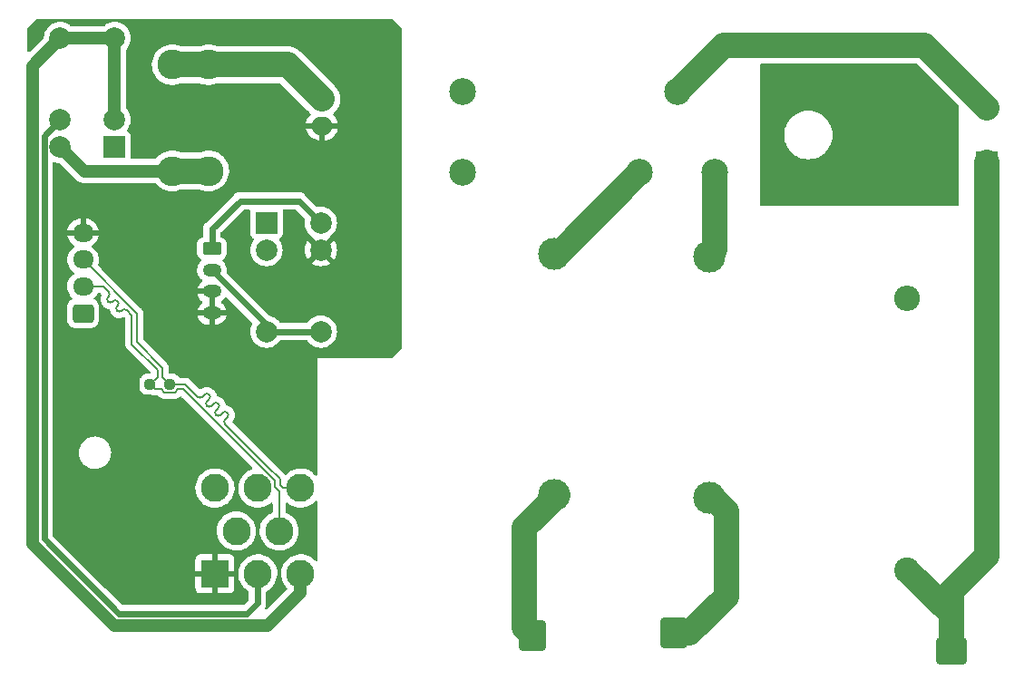
<source format=gbr>
%TF.GenerationSoftware,KiCad,Pcbnew,(6.0.1)*%
%TF.CreationDate,2022-02-14T12:04:50-05:00*%
%TF.ProjectId,pacman_side_2,7061636d-616e-45f7-9369-64655f322e6b,rev?*%
%TF.SameCoordinates,Original*%
%TF.FileFunction,Copper,L1,Top*%
%TF.FilePolarity,Positive*%
%FSLAX46Y46*%
G04 Gerber Fmt 4.6, Leading zero omitted, Abs format (unit mm)*
G04 Created by KiCad (PCBNEW (6.0.1)) date 2022-02-14 12:04:50*
%MOMM*%
%LPD*%
G01*
G04 APERTURE LIST*
G04 Aperture macros list*
%AMRoundRect*
0 Rectangle with rounded corners*
0 $1 Rounding radius*
0 $2 $3 $4 $5 $6 $7 $8 $9 X,Y pos of 4 corners*
0 Add a 4 corners polygon primitive as box body*
4,1,4,$2,$3,$4,$5,$6,$7,$8,$9,$2,$3,0*
0 Add four circle primitives for the rounded corners*
1,1,$1+$1,$2,$3*
1,1,$1+$1,$4,$5*
1,1,$1+$1,$6,$7*
1,1,$1+$1,$8,$9*
0 Add four rect primitives between the rounded corners*
20,1,$1+$1,$2,$3,$4,$5,0*
20,1,$1+$1,$4,$5,$6,$7,0*
20,1,$1+$1,$6,$7,$8,$9,0*
20,1,$1+$1,$8,$9,$2,$3,0*%
G04 Aperture macros list end*
%TA.AperFunction,SMDPad,CuDef*%
%ADD10RoundRect,0.237500X-0.250000X-0.237500X0.250000X-0.237500X0.250000X0.237500X-0.250000X0.237500X0*%
%TD*%
%TA.AperFunction,ComponentPad*%
%ADD11RoundRect,0.250000X-0.625000X0.350000X-0.625000X-0.350000X0.625000X-0.350000X0.625000X0.350000X0*%
%TD*%
%TA.AperFunction,ComponentPad*%
%ADD12O,1.750000X1.200000*%
%TD*%
%TA.AperFunction,ComponentPad*%
%ADD13R,2.000000X2.000000*%
%TD*%
%TA.AperFunction,ComponentPad*%
%ADD14C,2.000000*%
%TD*%
%TA.AperFunction,ComponentPad*%
%ADD15C,2.500000*%
%TD*%
%TA.AperFunction,ComponentPad*%
%ADD16C,2.780000*%
%TD*%
%TA.AperFunction,ComponentPad*%
%ADD17RoundRect,0.250000X0.725000X-0.600000X0.725000X0.600000X-0.725000X0.600000X-0.725000X-0.600000X0*%
%TD*%
%TA.AperFunction,ComponentPad*%
%ADD18O,1.950000X1.700000*%
%TD*%
%TA.AperFunction,ComponentPad*%
%ADD19O,2.000000X2.000000*%
%TD*%
%TA.AperFunction,ComponentPad*%
%ADD20RoundRect,0.250000X1.150000X-0.980000X1.150000X0.980000X-1.150000X0.980000X-1.150000X-0.980000X0*%
%TD*%
%TA.AperFunction,ComponentPad*%
%ADD21RoundRect,0.250000X-0.750000X0.600000X-0.750000X-0.600000X0.750000X-0.600000X0.750000X0.600000X0*%
%TD*%
%TA.AperFunction,ComponentPad*%
%ADD22O,2.000000X1.700000*%
%TD*%
%TA.AperFunction,ComponentPad*%
%ADD23C,3.000000*%
%TD*%
%TA.AperFunction,ComponentPad*%
%ADD24RoundRect,0.250000X0.980000X1.150000X-0.980000X1.150000X-0.980000X-1.150000X0.980000X-1.150000X0*%
%TD*%
%TA.AperFunction,ComponentPad*%
%ADD25R,2.625000X2.625000*%
%TD*%
%TA.AperFunction,ComponentPad*%
%ADD26C,2.625000*%
%TD*%
%TA.AperFunction,ComponentPad*%
%ADD27C,2.400000*%
%TD*%
%TA.AperFunction,ComponentPad*%
%ADD28O,2.400000X2.400000*%
%TD*%
%TA.AperFunction,ViaPad*%
%ADD29C,0.800000*%
%TD*%
%TA.AperFunction,Conductor*%
%ADD30C,2.400000*%
%TD*%
%TA.AperFunction,Conductor*%
%ADD31C,0.600000*%
%TD*%
%TA.AperFunction,Conductor*%
%ADD32C,1.200000*%
%TD*%
%TA.AperFunction,Conductor*%
%ADD33C,0.200000*%
%TD*%
G04 APERTURE END LIST*
D10*
%TO.P,R2,1*%
%TO.N,/BMS_CAN+*%
X101297100Y-97434400D03*
%TO.P,R2,2*%
%TO.N,/BMS_CAN-*%
X103122100Y-97434400D03*
%TD*%
D11*
%TO.P,J9,1,Pin_1*%
%TO.N,/AIR_B-*%
X107061000Y-84773000D03*
D12*
%TO.P,J9,2,Pin_2*%
%TO.N,/AIR_B+*%
X107061000Y-86773000D03*
%TO.P,J9,3,Pin_3*%
%TO.N,GND*%
X107061000Y-88773000D03*
%TO.P,J9,4,Pin_4*%
X107061000Y-90773000D03*
%TD*%
D13*
%TO.P,K3,1*%
%TO.N,unconnected-(K3-Pad1)*%
X97972500Y-75268500D03*
D14*
%TO.P,K3,2*%
%TO.N,+12V*%
X97972500Y-72728500D03*
%TO.P,K3,5*%
X97972500Y-65108500D03*
%TO.P,K3,6*%
X92892500Y-65108500D03*
%TO.P,K3,9*%
%TO.N,/BMS_FAN*%
X92892500Y-72728500D03*
%TO.P,K3,10*%
%TO.N,/FAN_OUT*%
X92892500Y-75268500D03*
%TD*%
D15*
%TO.P,K1,1*%
%TO.N,Net-(F1-Pad1)*%
X147000000Y-77621000D03*
%TO.P,K1,2*%
%TO.N,/AIR_B-*%
X130500000Y-70121000D03*
%TO.P,K1,5*%
%TO.N,Net-(K1-Pad5)*%
X150500000Y-70121000D03*
%TO.P,K1,9*%
%TO.N,Net-(D3-Pad2)*%
X130500000Y-77621000D03*
%TO.P,K1,10*%
%TO.N,Net-(F2-Pad1)*%
X154000000Y-77621000D03*
%TD*%
D16*
%TO.P,F3,1*%
%TO.N,/FAN_OUT*%
X106765000Y-77521000D03*
X103365000Y-77521000D03*
%TO.P,F3,2*%
%TO.N,Net-(F3-Pad2)*%
X103365000Y-67601000D03*
X106765000Y-67601000D03*
%TD*%
D17*
%TO.P,J2,1,Pin_1*%
%TO.N,+12V*%
X95040000Y-90811000D03*
D18*
%TO.P,J2,2,Pin_2*%
%TO.N,/BMS_CAN+*%
X95040000Y-88311000D03*
%TO.P,J2,3,Pin_3*%
%TO.N,/BMS_CAN-*%
X95040000Y-85811000D03*
%TO.P,J2,4,Pin_4*%
%TO.N,GND*%
X95040000Y-83311000D03*
%TD*%
D13*
%TO.P,R3,1*%
%TO.N,/INT+*%
X179410000Y-76708000D03*
D19*
%TO.P,R3,2*%
%TO.N,Net-(K1-Pad5)*%
X179410000Y-71628000D03*
%TD*%
D20*
%TO.P,J3,1,Pin_1*%
%TO.N,/INT+*%
X176065000Y-122311000D03*
%TD*%
D21*
%TO.P,J6,1,Pin_1*%
%TO.N,Net-(F3-Pad2)*%
X117340000Y-70811000D03*
D22*
%TO.P,J6,2,Pin_2*%
%TO.N,GND*%
X117340000Y-73311000D03*
%TD*%
D23*
%TO.P,F2,1*%
%TO.N,Net-(F2-Pad1)*%
X153513000Y-85529000D03*
%TO.P,F2,2*%
%TO.N,/B+*%
X153513000Y-108029000D03*
%TD*%
%TO.P,F1,1*%
%TO.N,Net-(F1-Pad1)*%
X139035000Y-85275000D03*
%TO.P,F1,2*%
%TO.N,/INT-*%
X139035000Y-107775000D03*
%TD*%
D24*
%TO.P,J4,1,Pin_1*%
%TO.N,/B+*%
X150211000Y-120655000D03*
%TD*%
%TO.P,J5,1,Pin_1*%
%TO.N,/INT-*%
X137003000Y-120909000D03*
%TD*%
D13*
%TO.P,K2,1*%
%TO.N,unconnected-(K2-Pad1)*%
X112157500Y-82353500D03*
D14*
%TO.P,K2,2*%
%TO.N,/MAIN_CONT*%
X112157500Y-84893500D03*
%TO.P,K2,5*%
%TO.N,/AIR_B+*%
X112157500Y-92513500D03*
%TO.P,K2,6*%
X117237500Y-92513500D03*
%TO.P,K2,9*%
%TO.N,GND*%
X117237500Y-84893500D03*
%TO.P,K2,10*%
%TO.N,/AIR_B-*%
X117237500Y-82353500D03*
%TD*%
D25*
%TO.P,J1,1,Pin_1*%
%TO.N,GND*%
X107349000Y-115130000D03*
D26*
%TO.P,J1,2,Pin_2*%
%TO.N,/BMS_FAN*%
X111349000Y-115130000D03*
%TO.P,J1,3,Pin_3*%
%TO.N,+12V*%
X115349000Y-115130000D03*
%TO.P,J1,4,Pin_4*%
%TO.N,/PRECHARGE*%
X109349000Y-111130000D03*
%TO.P,J1,5,Pin_5*%
%TO.N,/BMS_CAN+*%
X113349000Y-111130000D03*
%TO.P,J1,6,Pin_6*%
%TO.N,/AIR_B-*%
X107349000Y-107130000D03*
%TO.P,J1,7,Pin_7*%
%TO.N,/MAIN_CONT*%
X111349000Y-107130000D03*
%TO.P,J1,8,Pin_8*%
%TO.N,/BMS_CAN-*%
X115349000Y-107130000D03*
%TD*%
D27*
%TO.P,R1,1*%
%TO.N,/INT+*%
X171958000Y-114808000D03*
D28*
%TO.P,R1,2*%
%TO.N,Net-(D1-Pad2)*%
X171958000Y-89408000D03*
%TD*%
D29*
%TO.N,GND*%
X123795000Y-78237000D03*
X119985000Y-82301000D03*
X121509000Y-80523000D03*
%TD*%
D30*
%TO.N,/INT-*%
X139315000Y-107811000D02*
X136253479Y-110872521D01*
X136253479Y-110872521D02*
X136253479Y-120159479D01*
X136253479Y-120159479D02*
X137003000Y-120909000D01*
D31*
%TO.N,/AIR_B+*%
X112157500Y-92513500D02*
X117237500Y-92513500D01*
X112157500Y-91869500D02*
X107061000Y-86773000D01*
X112157500Y-92513500D02*
X112157500Y-91869500D01*
D30*
%TO.N,Net-(F1-Pad1)*%
X147000000Y-77621000D02*
X147000000Y-77626000D01*
X147000000Y-77626000D02*
X139315000Y-85311000D01*
%TO.N,Net-(F2-Pad1)*%
X154000000Y-84876000D02*
X153565000Y-85311000D01*
X154000000Y-77621000D02*
X154000000Y-84876000D01*
%TO.N,/B+*%
X151642304Y-120655000D02*
X150211000Y-120655000D01*
X155065000Y-109311000D02*
X155065000Y-117232304D01*
X153565000Y-107811000D02*
X155065000Y-109311000D01*
X155065000Y-117232304D02*
X151642304Y-120655000D01*
D32*
%TO.N,+12V*%
X92892500Y-65108500D02*
X97972500Y-65108500D01*
X97972500Y-65108500D02*
X97972500Y-72728500D01*
X115315000Y-115061000D02*
X115315000Y-116917155D01*
X90293469Y-67707531D02*
X92892500Y-65108500D01*
X90293469Y-112330425D02*
X90293469Y-67707531D01*
X115315000Y-116917155D02*
X112255635Y-119976520D01*
X97939564Y-119976520D02*
X90293469Y-112330425D01*
X112255635Y-119976520D02*
X97939564Y-119976520D01*
D31*
%TO.N,/AIR_B-*%
X117237500Y-82353500D02*
X115195000Y-80311000D01*
X107061000Y-82931000D02*
X107061000Y-84773000D01*
X109681000Y-80311000D02*
X107061000Y-82931000D01*
X115195000Y-80311000D02*
X109681000Y-80311000D01*
D33*
%TO.N,/BMS_CAN+*%
X98261229Y-90092892D02*
X98261230Y-90092891D01*
X97797224Y-89708369D02*
X97797223Y-89708370D01*
X112961011Y-106462282D02*
X112016718Y-105517989D01*
X102325140Y-97884400D02*
X101747100Y-97884400D01*
X101984599Y-96083798D02*
X101984599Y-96746901D01*
X103919060Y-97884400D02*
X103594540Y-98208920D01*
X99589999Y-90997396D02*
X99589999Y-93689198D01*
X97412701Y-89244364D02*
X97412702Y-89244363D01*
X98645752Y-90556897D02*
X98645751Y-90556898D01*
X98645751Y-90556898D02*
X98685493Y-90517155D01*
X96903603Y-88311000D02*
X97412702Y-88820099D01*
X104383120Y-97884400D02*
X103919060Y-97884400D01*
X97797223Y-89708370D02*
X97836965Y-89668627D01*
X99109757Y-90517155D02*
X99109758Y-90517155D01*
X112016718Y-105517989D02*
X112016709Y-105517989D01*
X97372959Y-89708369D02*
X97372959Y-89708370D01*
X101984599Y-96746901D02*
X101297100Y-97434400D01*
X113349000Y-111130000D02*
X113349000Y-107448199D01*
X95040000Y-88311000D02*
X96903603Y-88311000D01*
X112961011Y-107060210D02*
X112961011Y-106462282D01*
X113349000Y-107448199D02*
X112961011Y-107060210D01*
X101747100Y-97884400D02*
X101297100Y-97434400D01*
X97412702Y-89244363D02*
X97372959Y-89284105D01*
X112016709Y-105517989D02*
X104383120Y-97884400D01*
X98261229Y-89668627D02*
X98261230Y-89668627D01*
X98221487Y-90556897D02*
X98221487Y-90556898D01*
X103594540Y-98208920D02*
X102649660Y-98208920D01*
X99589999Y-93689198D02*
X101984599Y-96083798D01*
X98261230Y-90092891D02*
X98221487Y-90132633D01*
X102649660Y-98208920D02*
X102325140Y-97884400D01*
X99109758Y-90517155D02*
X99589999Y-90997396D01*
X97797223Y-89708368D02*
G75*
G02*
X97372960Y-89708369I-212132J212130D01*
G01*
X99109756Y-90517156D02*
G75*
G03*
X98685494Y-90517156I-212131J-212131D01*
G01*
X98261228Y-89668628D02*
G75*
G03*
X97836966Y-89668628I-212131J-212131D01*
G01*
X98261228Y-90092891D02*
G75*
G03*
X98261229Y-89668628I-212130J212132D01*
G01*
X97412700Y-89244363D02*
G75*
G03*
X97412701Y-88820100I-212130J212132D01*
G01*
X98645751Y-90556896D02*
G75*
G02*
X98221488Y-90556897I-212132J212130D01*
G01*
X97372960Y-89708368D02*
G75*
G02*
X97372960Y-89284106I212131J212131D01*
G01*
X98221488Y-90556896D02*
G75*
G02*
X98221488Y-90132634I212131J212131D01*
G01*
%TO.N,/BMS_CAN-*%
X108085825Y-100089779D02*
X108085825Y-100089780D01*
X113411002Y-106275890D02*
X112203110Y-105067998D01*
X102434601Y-95897402D02*
X100040000Y-93502801D01*
X104569520Y-97434400D02*
X103122100Y-97434400D01*
X108291759Y-100732375D02*
X108291760Y-100732375D01*
X107443230Y-99883846D02*
X107443231Y-99883846D01*
X106388767Y-98392722D02*
X106170436Y-98611052D01*
X106594701Y-99035317D02*
X106594702Y-99035317D01*
X107237296Y-99241250D02*
X107237296Y-99241251D01*
X100040000Y-93502801D02*
X100040000Y-90811000D01*
X103122100Y-97434400D02*
X102434601Y-96746901D01*
X105746173Y-98611053D02*
X104569520Y-97434400D01*
X107443230Y-100308110D02*
X107443231Y-100308111D01*
X102434601Y-96746901D02*
X102434601Y-95897402D01*
X112203110Y-105067998D02*
X112203110Y-105067990D01*
X113411002Y-106873803D02*
X113411002Y-106275890D01*
X106594701Y-99459581D02*
X106594702Y-99459582D01*
X108085825Y-100089780D02*
X107867494Y-100308110D01*
X105746172Y-98611052D02*
X105746173Y-98611053D01*
X115349000Y-107130000D02*
X113667199Y-107130000D01*
X106388767Y-98392721D02*
X106388767Y-98392722D01*
X112203110Y-105067990D02*
X108291760Y-101156640D01*
X108291760Y-100732375D02*
X108510090Y-100514044D01*
X113667199Y-107130000D02*
X113411002Y-106873803D01*
X100040000Y-90811000D02*
X95040000Y-85811000D01*
X107237296Y-99241251D02*
X107018965Y-99459581D01*
X107443231Y-99883846D02*
X107661561Y-99665515D01*
X106594702Y-99035317D02*
X106813032Y-98816986D01*
X107237297Y-99241251D02*
G75*
G02*
X107661560Y-99241252I212131J-212131D01*
G01*
X106813031Y-98392723D02*
G75*
G02*
X106813031Y-98816985I-212131J-212131D01*
G01*
X107661560Y-99241252D02*
G75*
G02*
X107661560Y-99665514I-212131J-212131D01*
G01*
X108291760Y-100732376D02*
G75*
G03*
X108291761Y-101156639I212131J-212131D01*
G01*
X108085826Y-100089780D02*
G75*
G02*
X108510089Y-100089781I212131J-212131D01*
G01*
X108510089Y-100089781D02*
G75*
G02*
X108510089Y-100514043I-212131J-212131D01*
G01*
X106594702Y-99035318D02*
G75*
G03*
X106594703Y-99459581I212131J-212131D01*
G01*
X107443231Y-100308109D02*
G75*
G03*
X107867493Y-100308109I212131J212131D01*
G01*
X107443231Y-99883847D02*
G75*
G03*
X107443232Y-100308110I212131J-212131D01*
G01*
X106388768Y-98392722D02*
G75*
G02*
X106813031Y-98392723I212131J-212131D01*
G01*
X105746173Y-98611051D02*
G75*
G03*
X106170435Y-98611051I212131J212131D01*
G01*
X106594702Y-99459580D02*
G75*
G03*
X107018964Y-99459580I212131J212131D01*
G01*
D30*
%TO.N,/INT+*%
X176065000Y-116797000D02*
X179410000Y-113452000D01*
X179410000Y-113452000D02*
X179410000Y-76708000D01*
X176065000Y-118915000D02*
X171958000Y-114808000D01*
X176065000Y-122311000D02*
X176065000Y-118915000D01*
X176065000Y-122311000D02*
X176065000Y-116797000D01*
%TO.N,Net-(K1-Pad5)*%
X154830000Y-65791000D02*
X173579000Y-65791000D01*
X173579000Y-65791000D02*
X173579000Y-65797000D01*
X150500000Y-70121000D02*
X154830000Y-65791000D01*
X173579000Y-65797000D02*
X179410000Y-71628000D01*
%TO.N,Net-(F3-Pad2)*%
X114130000Y-67601000D02*
X117340000Y-70811000D01*
X103365000Y-67601000D02*
X106765000Y-67601000D01*
X106765000Y-67601000D02*
X114130000Y-67601000D01*
%TO.N,/FAN_OUT*%
X106765000Y-77521000D02*
X103365000Y-77521000D01*
D32*
X92892500Y-75268500D02*
X95145000Y-77521000D01*
X95145000Y-77521000D02*
X103365000Y-77521000D01*
D31*
%TO.N,/BMS_FAN*%
X91392989Y-111874989D02*
X91392989Y-74228011D01*
X111315000Y-115061000D02*
X111315000Y-117895000D01*
X91392989Y-74228011D02*
X92892500Y-72728500D01*
X110333000Y-118877000D02*
X98395000Y-118877000D01*
X98395000Y-118877000D02*
X91392989Y-111874989D01*
X111315000Y-117895000D02*
X110333000Y-118877000D01*
%TD*%
%TA.AperFunction,Conductor*%
%TO.N,GND*%
G36*
X123894931Y-63339002D02*
G01*
X123915905Y-63355905D01*
X124774095Y-64214095D01*
X124808121Y-64276407D01*
X124811000Y-64303190D01*
X124811000Y-93948810D01*
X124790998Y-94016931D01*
X124774095Y-94037905D01*
X123847905Y-94964095D01*
X123785593Y-94998121D01*
X123758810Y-95001000D01*
X116937000Y-95001000D01*
X116937000Y-105839483D01*
X116916998Y-105907604D01*
X116863342Y-105954097D01*
X116793068Y-105964201D01*
X116728488Y-105934707D01*
X116712049Y-105917488D01*
X116704258Y-105907604D01*
X116695347Y-105896301D01*
X116498206Y-105710849D01*
X116372252Y-105623471D01*
X116279657Y-105559236D01*
X116279652Y-105559233D01*
X116275819Y-105556574D01*
X116227716Y-105532852D01*
X116037259Y-105438929D01*
X116037256Y-105438928D01*
X116033071Y-105436864D01*
X115974847Y-105418226D01*
X115779741Y-105355772D01*
X115779743Y-105355772D01*
X115775296Y-105354349D01*
X115586316Y-105323572D01*
X115512768Y-105311594D01*
X115512767Y-105311594D01*
X115508156Y-105310843D01*
X115372837Y-105309071D01*
X115242196Y-105307361D01*
X115242193Y-105307361D01*
X115237519Y-105307300D01*
X114969331Y-105343799D01*
X114964845Y-105345107D01*
X114964843Y-105345107D01*
X114933135Y-105354349D01*
X114709484Y-105419537D01*
X114463686Y-105532852D01*
X114459777Y-105535415D01*
X114241250Y-105678687D01*
X114241245Y-105678691D01*
X114237337Y-105681253D01*
X114035409Y-105861480D01*
X114034585Y-105860557D01*
X113977751Y-105892887D01*
X113906858Y-105889056D01*
X113857167Y-105852980D01*
X113855854Y-105854293D01*
X113850018Y-105848457D01*
X113844989Y-105841903D01*
X113838434Y-105836873D01*
X113819623Y-105822438D01*
X113807232Y-105811571D01*
X112667451Y-104671790D01*
X112656592Y-104659409D01*
X112637097Y-104634003D01*
X112630542Y-104628973D01*
X112611731Y-104614538D01*
X112599340Y-104603671D01*
X109024053Y-101028384D01*
X108990027Y-100966072D01*
X108995092Y-100895257D01*
X109015747Y-100859358D01*
X109057002Y-100809089D01*
X109141363Y-100651262D01*
X109193312Y-100480009D01*
X109210853Y-100301912D01*
X109193312Y-100123815D01*
X109141363Y-99952562D01*
X109057002Y-99794735D01*
X108961223Y-99678028D01*
X108958691Y-99674837D01*
X108944080Y-99655795D01*
X108937530Y-99650769D01*
X108937527Y-99650766D01*
X108925049Y-99641191D01*
X108921821Y-99638629D01*
X108809923Y-99546797D01*
X108805137Y-99542869D01*
X108799683Y-99539954D01*
X108799679Y-99539951D01*
X108730355Y-99502897D01*
X108647310Y-99458507D01*
X108476057Y-99406558D01*
X108459458Y-99404923D01*
X108393626Y-99378339D01*
X108352617Y-99320384D01*
X108346418Y-99291886D01*
X108344783Y-99275286D01*
X108292834Y-99104033D01*
X108208473Y-98946206D01*
X108112694Y-98829499D01*
X108110162Y-98826308D01*
X108095551Y-98807266D01*
X108089001Y-98802240D01*
X108088998Y-98802237D01*
X108076520Y-98792662D01*
X108073292Y-98790100D01*
X107961394Y-98698268D01*
X107956608Y-98694340D01*
X107951154Y-98691425D01*
X107951150Y-98691422D01*
X107869788Y-98647933D01*
X107798781Y-98609978D01*
X107677056Y-98573053D01*
X107633459Y-98559828D01*
X107633458Y-98559828D01*
X107627528Y-98558029D01*
X107610929Y-98556394D01*
X107545097Y-98529810D01*
X107504088Y-98471855D01*
X107497889Y-98443357D01*
X107496254Y-98426757D01*
X107444305Y-98255504D01*
X107359944Y-98097677D01*
X107264165Y-97980970D01*
X107261633Y-97977779D01*
X107247022Y-97958737D01*
X107240472Y-97953711D01*
X107240469Y-97953708D01*
X107227991Y-97944133D01*
X107224763Y-97941571D01*
X107112865Y-97849739D01*
X107112864Y-97849738D01*
X107108079Y-97845811D01*
X107102625Y-97842896D01*
X107102621Y-97842893D01*
X107033297Y-97805839D01*
X106950252Y-97761449D01*
X106829179Y-97724722D01*
X106784930Y-97711299D01*
X106784929Y-97711299D01*
X106778999Y-97709500D01*
X106600901Y-97691958D01*
X106422804Y-97709499D01*
X106416886Y-97711294D01*
X106416882Y-97711295D01*
X106257473Y-97759651D01*
X106257470Y-97759652D01*
X106251550Y-97761448D01*
X106246092Y-97764365D01*
X106246088Y-97764367D01*
X106131729Y-97825493D01*
X106093722Y-97845808D01*
X106088939Y-97849733D01*
X106088932Y-97849738D01*
X106043454Y-97887061D01*
X105978107Y-97914815D01*
X105908129Y-97902833D01*
X105874426Y-97878757D01*
X105033835Y-97038166D01*
X105022968Y-97025775D01*
X105008533Y-97006963D01*
X105003507Y-97000413D01*
X104971595Y-96975926D01*
X104971592Y-96975923D01*
X104876396Y-96902876D01*
X104728371Y-96841562D01*
X104720184Y-96840484D01*
X104720183Y-96840484D01*
X104708978Y-96839009D01*
X104677782Y-96834902D01*
X104609405Y-96825900D01*
X104609402Y-96825900D01*
X104609394Y-96825899D01*
X104577709Y-96821728D01*
X104569520Y-96820650D01*
X104537827Y-96824822D01*
X104521384Y-96825900D01*
X104090036Y-96825900D01*
X104021915Y-96805898D01*
X103982892Y-96766203D01*
X103964570Y-96736595D01*
X103964564Y-96736588D01*
X103960716Y-96730369D01*
X103955538Y-96725200D01*
X103842784Y-96612642D01*
X103842779Y-96612638D01*
X103837603Y-96607471D01*
X103689520Y-96516191D01*
X103524409Y-96461426D01*
X103517573Y-96460726D01*
X103517570Y-96460725D01*
X103466074Y-96455449D01*
X103421672Y-96450900D01*
X103169101Y-96450900D01*
X103100980Y-96430898D01*
X103054487Y-96377242D01*
X103043101Y-96324900D01*
X103043101Y-95945538D01*
X103044179Y-95929092D01*
X103047273Y-95905590D01*
X103048351Y-95897402D01*
X103043101Y-95857524D01*
X103043101Y-95857517D01*
X103027439Y-95738552D01*
X102966125Y-95590527D01*
X102966125Y-95590526D01*
X102893078Y-95495330D01*
X102893075Y-95495327D01*
X102868588Y-95463415D01*
X102862033Y-95458385D01*
X102843222Y-95443950D01*
X102830831Y-95433083D01*
X100685405Y-93287657D01*
X100651379Y-93225345D01*
X100648500Y-93198562D01*
X100648500Y-91040399D01*
X105710712Y-91040399D01*
X105732194Y-91129537D01*
X105736083Y-91140832D01*
X105818629Y-91322382D01*
X105824576Y-91332724D01*
X105939968Y-91495397D01*
X105947761Y-91504425D01*
X106091831Y-91642342D01*
X106101196Y-91649738D01*
X106268741Y-91757921D01*
X106279345Y-91763417D01*
X106464312Y-91837961D01*
X106475770Y-91841355D01*
X106672928Y-91879857D01*
X106681791Y-91880934D01*
X106684500Y-91881000D01*
X106788885Y-91881000D01*
X106804124Y-91876525D01*
X106805329Y-91875135D01*
X106807000Y-91867452D01*
X106807000Y-91862885D01*
X107315000Y-91862885D01*
X107319475Y-91878124D01*
X107320865Y-91879329D01*
X107328548Y-91881000D01*
X107385832Y-91881000D01*
X107391808Y-91880715D01*
X107540494Y-91866529D01*
X107552228Y-91864270D01*
X107743599Y-91808128D01*
X107754675Y-91803698D01*
X107931978Y-91712381D01*
X107942024Y-91705931D01*
X108098857Y-91582738D01*
X108107506Y-91574501D01*
X108238212Y-91423877D01*
X108245147Y-91414153D01*
X108345010Y-91241533D01*
X108349984Y-91230669D01*
X108415407Y-91042273D01*
X108415648Y-91041284D01*
X108414180Y-91030992D01*
X108400615Y-91027000D01*
X107333115Y-91027000D01*
X107317876Y-91031475D01*
X107316671Y-91032865D01*
X107315000Y-91040548D01*
X107315000Y-91862885D01*
X106807000Y-91862885D01*
X106807000Y-91045115D01*
X106802525Y-91029876D01*
X106801135Y-91028671D01*
X106793452Y-91027000D01*
X105725598Y-91027000D01*
X105712067Y-91030973D01*
X105710712Y-91040399D01*
X100648500Y-91040399D01*
X100648500Y-90859136D01*
X100649578Y-90842690D01*
X100652672Y-90819188D01*
X100653750Y-90811000D01*
X100648500Y-90771120D01*
X100648500Y-90771115D01*
X100632838Y-90652150D01*
X100621351Y-90624417D01*
X100571769Y-90504716D01*
X105706352Y-90504716D01*
X105707820Y-90515008D01*
X105721385Y-90519000D01*
X106788885Y-90519000D01*
X106804124Y-90514525D01*
X106805329Y-90513135D01*
X106807000Y-90505452D01*
X106807000Y-89045115D01*
X106802525Y-89029876D01*
X106801135Y-89028671D01*
X106793452Y-89027000D01*
X105725598Y-89027000D01*
X105712067Y-89030973D01*
X105710712Y-89040399D01*
X105732194Y-89129537D01*
X105736083Y-89140832D01*
X105818629Y-89322382D01*
X105824576Y-89332724D01*
X105939968Y-89495397D01*
X105947761Y-89504425D01*
X106091831Y-89642342D01*
X106101201Y-89649742D01*
X106129021Y-89667705D01*
X106175399Y-89721460D01*
X106185353Y-89791756D01*
X106155722Y-89856273D01*
X106138507Y-89872643D01*
X106023143Y-89963262D01*
X106014494Y-89971499D01*
X105883788Y-90122123D01*
X105876853Y-90131847D01*
X105776990Y-90304467D01*
X105772016Y-90315331D01*
X105706593Y-90503727D01*
X105706352Y-90504716D01*
X100571769Y-90504716D01*
X100571524Y-90504124D01*
X100498478Y-90408929D01*
X100498474Y-90408925D01*
X100495591Y-90405168D01*
X100479016Y-90383566D01*
X100479013Y-90383563D01*
X100473987Y-90377013D01*
X100467432Y-90371983D01*
X100448621Y-90357548D01*
X100436230Y-90346681D01*
X96808153Y-86718604D01*
X105673787Y-86718604D01*
X105683567Y-86929899D01*
X105733125Y-87135534D01*
X105735607Y-87140992D01*
X105735608Y-87140996D01*
X105783106Y-87245461D01*
X105820674Y-87328087D01*
X105943054Y-87500611D01*
X106095850Y-87646881D01*
X106100881Y-87650130D01*
X106100888Y-87650135D01*
X106128607Y-87668033D01*
X106174984Y-87721789D01*
X106184937Y-87792085D01*
X106155304Y-87856602D01*
X106138091Y-87872970D01*
X106023143Y-87963262D01*
X106014494Y-87971499D01*
X105883788Y-88122123D01*
X105876853Y-88131847D01*
X105776990Y-88304467D01*
X105772016Y-88315331D01*
X105706593Y-88503727D01*
X105706352Y-88504716D01*
X105707820Y-88515008D01*
X105721385Y-88519000D01*
X107189000Y-88519000D01*
X107257121Y-88539002D01*
X107303614Y-88592658D01*
X107315000Y-88645000D01*
X107315000Y-90500885D01*
X107319475Y-90516124D01*
X107320865Y-90517329D01*
X107328548Y-90519000D01*
X108396402Y-90519000D01*
X108409933Y-90515027D01*
X108411288Y-90505601D01*
X108389806Y-90416463D01*
X108385917Y-90405168D01*
X108303371Y-90223618D01*
X108297424Y-90213276D01*
X108182032Y-90050603D01*
X108174239Y-90041575D01*
X108030169Y-89903658D01*
X108020799Y-89896258D01*
X107992979Y-89878295D01*
X107946601Y-89824540D01*
X107936647Y-89754244D01*
X107966278Y-89689727D01*
X107983493Y-89673357D01*
X108098857Y-89582738D01*
X108107506Y-89574501D01*
X108238212Y-89423877D01*
X108245144Y-89414157D01*
X108277932Y-89357482D01*
X108329358Y-89308534D01*
X108399083Y-89295159D01*
X108464971Y-89321604D01*
X108476091Y-89331483D01*
X110800532Y-91655924D01*
X110834558Y-91718236D01*
X110829493Y-91789051D01*
X110818871Y-91810851D01*
X110811851Y-91822307D01*
X110811846Y-91822317D01*
X110809260Y-91826537D01*
X110807367Y-91831107D01*
X110807365Y-91831111D01*
X110731550Y-92014146D01*
X110718395Y-92045906D01*
X110717240Y-92050718D01*
X110688802Y-92169172D01*
X110662965Y-92276789D01*
X110644335Y-92513500D01*
X110662965Y-92750211D01*
X110718395Y-92981094D01*
X110809260Y-93200463D01*
X110811846Y-93204683D01*
X110930741Y-93398702D01*
X110930745Y-93398708D01*
X110933324Y-93402916D01*
X111087531Y-93583469D01*
X111268084Y-93737676D01*
X111272292Y-93740255D01*
X111272298Y-93740259D01*
X111448195Y-93848049D01*
X111470537Y-93861740D01*
X111475107Y-93863633D01*
X111475111Y-93863635D01*
X111680744Y-93948810D01*
X111689906Y-93952605D01*
X111770109Y-93971860D01*
X111915976Y-94006880D01*
X111915982Y-94006881D01*
X111920789Y-94008035D01*
X112157500Y-94026665D01*
X112394211Y-94008035D01*
X112399018Y-94006881D01*
X112399024Y-94006880D01*
X112544891Y-93971860D01*
X112625094Y-93952605D01*
X112634256Y-93948810D01*
X112839889Y-93863635D01*
X112839893Y-93863633D01*
X112844463Y-93861740D01*
X112866805Y-93848049D01*
X113042702Y-93740259D01*
X113042708Y-93740255D01*
X113046916Y-93737676D01*
X113227469Y-93583469D01*
X113381676Y-93402916D01*
X113394393Y-93382164D01*
X113447038Y-93334534D01*
X113501824Y-93322000D01*
X115893176Y-93322000D01*
X115961297Y-93342002D01*
X116000607Y-93382164D01*
X116013324Y-93402916D01*
X116167531Y-93583469D01*
X116348084Y-93737676D01*
X116352292Y-93740255D01*
X116352298Y-93740259D01*
X116528195Y-93848049D01*
X116550537Y-93861740D01*
X116555107Y-93863633D01*
X116555111Y-93863635D01*
X116760744Y-93948810D01*
X116769906Y-93952605D01*
X116850109Y-93971860D01*
X116995976Y-94006880D01*
X116995982Y-94006881D01*
X117000789Y-94008035D01*
X117237500Y-94026665D01*
X117474211Y-94008035D01*
X117479018Y-94006881D01*
X117479024Y-94006880D01*
X117624891Y-93971860D01*
X117705094Y-93952605D01*
X117714256Y-93948810D01*
X117919889Y-93863635D01*
X117919893Y-93863633D01*
X117924463Y-93861740D01*
X117946805Y-93848049D01*
X118122702Y-93740259D01*
X118122708Y-93740255D01*
X118126916Y-93737676D01*
X118307469Y-93583469D01*
X118461676Y-93402916D01*
X118464255Y-93398708D01*
X118464259Y-93398702D01*
X118583154Y-93204683D01*
X118585740Y-93200463D01*
X118676605Y-92981094D01*
X118732035Y-92750211D01*
X118750665Y-92513500D01*
X118732035Y-92276789D01*
X118706199Y-92169172D01*
X118677760Y-92050718D01*
X118676605Y-92045906D01*
X118663450Y-92014146D01*
X118587635Y-91831111D01*
X118587633Y-91831107D01*
X118585740Y-91826537D01*
X118571744Y-91803698D01*
X118464259Y-91628298D01*
X118464255Y-91628292D01*
X118461676Y-91624084D01*
X118307469Y-91443531D01*
X118126916Y-91289324D01*
X118122708Y-91286745D01*
X118122702Y-91286741D01*
X117928683Y-91167846D01*
X117924463Y-91165260D01*
X117919893Y-91163367D01*
X117919889Y-91163365D01*
X117709667Y-91076289D01*
X117709665Y-91076288D01*
X117705094Y-91074395D01*
X117583134Y-91045115D01*
X117479024Y-91020120D01*
X117479018Y-91020119D01*
X117474211Y-91018965D01*
X117237500Y-91000335D01*
X117000789Y-91018965D01*
X116995982Y-91020119D01*
X116995976Y-91020120D01*
X116891866Y-91045115D01*
X116769906Y-91074395D01*
X116765335Y-91076288D01*
X116765333Y-91076289D01*
X116555111Y-91163365D01*
X116555107Y-91163367D01*
X116550537Y-91165260D01*
X116546317Y-91167846D01*
X116352298Y-91286741D01*
X116352292Y-91286745D01*
X116348084Y-91289324D01*
X116167531Y-91443531D01*
X116164323Y-91447287D01*
X116068892Y-91559022D01*
X116013324Y-91624084D01*
X116000607Y-91644836D01*
X115947962Y-91692466D01*
X115893176Y-91705000D01*
X113501824Y-91705000D01*
X113433703Y-91684998D01*
X113394393Y-91644836D01*
X113381676Y-91624084D01*
X113326108Y-91559022D01*
X113230677Y-91447287D01*
X113227469Y-91443531D01*
X113046916Y-91289324D01*
X113042708Y-91286745D01*
X113042702Y-91286741D01*
X112848683Y-91167846D01*
X112844463Y-91165260D01*
X112839893Y-91163367D01*
X112839889Y-91163365D01*
X112629667Y-91076289D01*
X112629665Y-91076288D01*
X112625094Y-91074395D01*
X112503133Y-91045115D01*
X112502646Y-91044998D01*
X112442965Y-91011574D01*
X108468890Y-87037498D01*
X108434864Y-86975186D01*
X108433289Y-86930326D01*
X108448213Y-86827396D01*
X108438433Y-86616101D01*
X108406819Y-86484923D01*
X108390281Y-86416299D01*
X108390280Y-86416297D01*
X108388875Y-86410466D01*
X108378677Y-86388035D01*
X108312817Y-86243187D01*
X108301326Y-86217913D01*
X108178946Y-86045389D01*
X108174619Y-86041247D01*
X108174614Y-86041241D01*
X108083683Y-85954194D01*
X108048306Y-85892639D01*
X108051825Y-85821730D01*
X108093121Y-85763979D01*
X108104504Y-85756035D01*
X108160348Y-85721478D01*
X108285305Y-85596303D01*
X108292468Y-85584683D01*
X108374275Y-85451968D01*
X108374276Y-85451966D01*
X108378115Y-85445738D01*
X108407786Y-85356282D01*
X108431632Y-85284389D01*
X108431632Y-85284387D01*
X108433797Y-85277861D01*
X108435393Y-85262290D01*
X108444172Y-85176598D01*
X108444500Y-85173400D01*
X108444500Y-84372600D01*
X108444163Y-84369350D01*
X108434238Y-84273692D01*
X108434237Y-84273688D01*
X108433526Y-84266834D01*
X108412077Y-84202542D01*
X108379868Y-84106002D01*
X108377550Y-84099054D01*
X108284478Y-83948652D01*
X108159303Y-83823695D01*
X108122148Y-83800792D01*
X108014968Y-83734725D01*
X108014966Y-83734724D01*
X108008738Y-83730885D01*
X107955832Y-83713337D01*
X107897473Y-83672906D01*
X107870236Y-83607342D01*
X107869500Y-83593744D01*
X107869500Y-83318082D01*
X107889502Y-83249961D01*
X107906405Y-83228987D01*
X109978986Y-81156405D01*
X110041298Y-81122380D01*
X110068081Y-81119500D01*
X110528762Y-81119500D01*
X110596883Y-81139502D01*
X110643376Y-81193158D01*
X110654025Y-81259107D01*
X110649000Y-81305366D01*
X110649000Y-83401634D01*
X110655755Y-83463816D01*
X110706885Y-83600205D01*
X110794239Y-83716761D01*
X110910376Y-83803801D01*
X110910795Y-83804115D01*
X110910750Y-83804175D01*
X110957518Y-83851052D01*
X110972528Y-83920444D01*
X110947640Y-83986935D01*
X110942671Y-83993139D01*
X110936540Y-84000318D01*
X110933324Y-84004084D01*
X110930745Y-84008292D01*
X110930741Y-84008298D01*
X110868748Y-84109462D01*
X110809260Y-84206537D01*
X110807367Y-84211107D01*
X110807365Y-84211111D01*
X110741767Y-84369481D01*
X110718395Y-84425906D01*
X110708510Y-84467080D01*
X110683093Y-84572951D01*
X110662965Y-84656789D01*
X110644335Y-84893500D01*
X110662965Y-85130211D01*
X110664119Y-85135018D01*
X110664120Y-85135024D01*
X110674114Y-85176650D01*
X110718395Y-85361094D01*
X110720288Y-85365665D01*
X110720289Y-85365667D01*
X110807272Y-85575663D01*
X110809260Y-85580463D01*
X110811846Y-85584683D01*
X110930741Y-85778702D01*
X110930745Y-85778708D01*
X110933324Y-85782916D01*
X111087531Y-85963469D01*
X111268084Y-86117676D01*
X111272292Y-86120255D01*
X111272298Y-86120259D01*
X111406978Y-86202791D01*
X111470537Y-86241740D01*
X111475107Y-86243633D01*
X111475111Y-86243635D01*
X111685333Y-86330711D01*
X111689906Y-86332605D01*
X111770109Y-86351860D01*
X111915976Y-86386880D01*
X111915982Y-86386881D01*
X111920789Y-86388035D01*
X112157500Y-86406665D01*
X112394211Y-86388035D01*
X112399018Y-86386881D01*
X112399024Y-86386880D01*
X112544891Y-86351860D01*
X112625094Y-86332605D01*
X112629667Y-86330711D01*
X112839889Y-86243635D01*
X112839893Y-86243633D01*
X112844463Y-86241740D01*
X112908022Y-86202791D01*
X113033056Y-86126170D01*
X116369660Y-86126170D01*
X116375387Y-86133820D01*
X116546542Y-86238705D01*
X116555337Y-86243187D01*
X116765488Y-86330234D01*
X116774873Y-86333283D01*
X116996054Y-86386385D01*
X117005801Y-86387928D01*
X117232570Y-86405775D01*
X117242430Y-86405775D01*
X117469199Y-86387928D01*
X117478946Y-86386385D01*
X117700127Y-86333283D01*
X117709512Y-86330234D01*
X117919663Y-86243187D01*
X117928458Y-86238705D01*
X118095945Y-86136068D01*
X118105407Y-86125610D01*
X118101624Y-86116834D01*
X117250312Y-85265522D01*
X117236368Y-85257908D01*
X117234535Y-85258039D01*
X117227920Y-85262290D01*
X116376420Y-86113790D01*
X116369660Y-86126170D01*
X113033056Y-86126170D01*
X113042702Y-86120259D01*
X113042708Y-86120255D01*
X113046916Y-86117676D01*
X113227469Y-85963469D01*
X113381676Y-85782916D01*
X113384255Y-85778708D01*
X113384259Y-85778702D01*
X113503154Y-85584683D01*
X113505740Y-85580463D01*
X113507729Y-85575663D01*
X113594711Y-85365667D01*
X113594712Y-85365665D01*
X113596605Y-85361094D01*
X113640886Y-85176650D01*
X113650880Y-85135024D01*
X113650881Y-85135018D01*
X113652035Y-85130211D01*
X113670277Y-84898430D01*
X115725225Y-84898430D01*
X115743072Y-85125199D01*
X115744615Y-85134946D01*
X115797717Y-85356127D01*
X115800766Y-85365512D01*
X115887813Y-85575663D01*
X115892295Y-85584458D01*
X115994932Y-85751945D01*
X116005390Y-85761407D01*
X116014166Y-85757624D01*
X116865478Y-84906312D01*
X116871856Y-84894632D01*
X117601908Y-84894632D01*
X117602039Y-84896465D01*
X117606290Y-84903080D01*
X118457790Y-85754580D01*
X118470170Y-85761340D01*
X118477820Y-85755613D01*
X118582705Y-85584458D01*
X118587187Y-85575663D01*
X118674234Y-85365512D01*
X118677283Y-85356127D01*
X118730385Y-85134946D01*
X118731928Y-85125199D01*
X118749775Y-84898430D01*
X118749775Y-84888570D01*
X118731928Y-84661801D01*
X118730385Y-84652054D01*
X118677283Y-84430873D01*
X118674234Y-84421488D01*
X118587187Y-84211337D01*
X118582705Y-84202542D01*
X118480068Y-84035055D01*
X118469610Y-84025593D01*
X118460834Y-84029376D01*
X117609522Y-84880688D01*
X117601908Y-84894632D01*
X116871856Y-84894632D01*
X116873092Y-84892368D01*
X116872961Y-84890535D01*
X116868710Y-84883920D01*
X116017210Y-84032420D01*
X116004830Y-84025660D01*
X115997180Y-84031387D01*
X115892295Y-84202542D01*
X115887813Y-84211337D01*
X115800766Y-84421488D01*
X115797717Y-84430873D01*
X115744615Y-84652054D01*
X115743072Y-84661801D01*
X115725225Y-84888570D01*
X115725225Y-84898430D01*
X113670277Y-84898430D01*
X113670665Y-84893500D01*
X113652035Y-84656789D01*
X113631908Y-84572951D01*
X113606490Y-84467080D01*
X113596605Y-84425906D01*
X113573233Y-84369481D01*
X113507635Y-84211111D01*
X113507633Y-84211107D01*
X113505740Y-84206537D01*
X113446252Y-84109462D01*
X113384259Y-84008298D01*
X113384255Y-84008292D01*
X113381676Y-84004084D01*
X113378460Y-84000318D01*
X113372329Y-83993139D01*
X113343298Y-83928349D01*
X113353903Y-83858149D01*
X113400027Y-83805681D01*
X113404205Y-83804115D01*
X113520761Y-83716761D01*
X113608115Y-83600205D01*
X113659245Y-83463816D01*
X113666000Y-83401634D01*
X113666000Y-81305366D01*
X113660975Y-81259107D01*
X113673503Y-81189225D01*
X113721824Y-81137209D01*
X113786238Y-81119500D01*
X114807918Y-81119500D01*
X114876039Y-81139502D01*
X114897013Y-81156405D01*
X115715223Y-81974615D01*
X115749249Y-82036927D01*
X115748646Y-82093126D01*
X115742965Y-82116789D01*
X115724335Y-82353500D01*
X115742965Y-82590211D01*
X115744119Y-82595018D01*
X115744120Y-82595024D01*
X115771717Y-82709971D01*
X115798395Y-82821094D01*
X115800288Y-82825665D01*
X115800289Y-82825667D01*
X115841260Y-82924579D01*
X115889260Y-83040463D01*
X115891846Y-83044683D01*
X116010741Y-83238702D01*
X116010745Y-83238708D01*
X116013324Y-83242916D01*
X116167531Y-83423469D01*
X116171287Y-83426677D01*
X116171292Y-83426682D01*
X116324116Y-83557206D01*
X116362926Y-83616656D01*
X116365140Y-83651058D01*
X116373377Y-83670167D01*
X117224688Y-84521478D01*
X117238632Y-84529092D01*
X117240465Y-84528961D01*
X117247080Y-84524710D01*
X118098580Y-83673210D01*
X118107760Y-83656398D01*
X118121520Y-83593150D01*
X118150276Y-83557725D01*
X118303713Y-83426677D01*
X118307469Y-83423469D01*
X118461676Y-83242916D01*
X118464255Y-83238708D01*
X118464259Y-83238702D01*
X118583154Y-83044683D01*
X118585740Y-83040463D01*
X118633741Y-82924579D01*
X118674711Y-82825667D01*
X118674712Y-82825665D01*
X118676605Y-82821094D01*
X118703283Y-82709971D01*
X118730880Y-82595024D01*
X118730881Y-82595018D01*
X118732035Y-82590211D01*
X118750665Y-82353500D01*
X118732035Y-82116789D01*
X118730880Y-82111974D01*
X118677760Y-81890718D01*
X118676605Y-81885906D01*
X118585740Y-81666537D01*
X118583154Y-81662317D01*
X118464259Y-81468298D01*
X118464255Y-81468292D01*
X118461676Y-81464084D01*
X118307469Y-81283531D01*
X118126916Y-81129324D01*
X118122708Y-81126745D01*
X118122702Y-81126741D01*
X117928683Y-81007846D01*
X117924463Y-81005260D01*
X117919893Y-81003367D01*
X117919889Y-81003365D01*
X117709667Y-80916289D01*
X117709665Y-80916288D01*
X117705094Y-80914395D01*
X117624891Y-80895140D01*
X117479024Y-80860120D01*
X117479018Y-80860119D01*
X117474211Y-80858965D01*
X117237500Y-80840335D01*
X117000789Y-80858965D01*
X116977126Y-80864646D01*
X116906219Y-80861101D01*
X116858615Y-80831223D01*
X115773235Y-79745843D01*
X115772307Y-79744906D01*
X115714157Y-79685525D01*
X115714156Y-79685524D01*
X115709229Y-79680493D01*
X115672779Y-79657002D01*
X115662454Y-79649583D01*
X115628557Y-79622524D01*
X115598362Y-79607927D01*
X115584945Y-79600398D01*
X115582942Y-79599107D01*
X115556762Y-79582235D01*
X115550145Y-79579827D01*
X115550140Y-79579824D01*
X115516027Y-79567408D01*
X115504284Y-79562447D01*
X115471597Y-79546646D01*
X115471592Y-79546644D01*
X115465251Y-79543579D01*
X115458393Y-79541996D01*
X115458391Y-79541995D01*
X115432574Y-79536035D01*
X115417831Y-79531668D01*
X115386315Y-79520197D01*
X115379325Y-79519314D01*
X115379317Y-79519312D01*
X115343299Y-79514762D01*
X115330747Y-79512526D01*
X115295386Y-79504362D01*
X115295383Y-79504362D01*
X115288515Y-79502776D01*
X115281469Y-79502751D01*
X115281466Y-79502751D01*
X115247944Y-79502634D01*
X115247062Y-79502605D01*
X115246231Y-79502500D01*
X115209581Y-79502500D01*
X115209141Y-79502499D01*
X115110657Y-79502155D01*
X115110652Y-79502155D01*
X115107130Y-79502143D01*
X115105930Y-79502411D01*
X115104293Y-79502500D01*
X109690260Y-79502500D01*
X109688941Y-79502493D01*
X109598779Y-79501549D01*
X109591893Y-79503038D01*
X109591891Y-79503038D01*
X109585768Y-79504362D01*
X109556403Y-79510711D01*
X109543837Y-79512769D01*
X109500745Y-79517603D01*
X109494094Y-79519919D01*
X109494090Y-79519920D01*
X109469070Y-79528633D01*
X109454257Y-79532796D01*
X109421490Y-79539881D01*
X109382189Y-79558207D01*
X109370406Y-79562992D01*
X109329448Y-79577255D01*
X109315370Y-79586052D01*
X109301016Y-79595021D01*
X109287499Y-79602360D01*
X109263481Y-79613560D01*
X109263477Y-79613562D01*
X109257098Y-79616537D01*
X109251534Y-79620853D01*
X109251532Y-79620854D01*
X109222840Y-79643109D01*
X109212385Y-79650403D01*
X109175624Y-79673374D01*
X109170627Y-79678336D01*
X109170626Y-79678337D01*
X109146821Y-79701976D01*
X109146196Y-79702561D01*
X109145530Y-79703078D01*
X109119540Y-79729068D01*
X109046918Y-79801185D01*
X109046260Y-79802222D01*
X109045157Y-79803451D01*
X106495842Y-82352766D01*
X106494905Y-82353694D01*
X106430493Y-82416771D01*
X106407002Y-82453221D01*
X106399583Y-82463546D01*
X106372524Y-82497443D01*
X106369459Y-82503784D01*
X106369458Y-82503785D01*
X106357928Y-82527637D01*
X106350399Y-82541054D01*
X106332235Y-82569238D01*
X106329827Y-82575855D01*
X106329824Y-82575860D01*
X106317408Y-82609973D01*
X106312447Y-82621716D01*
X106296646Y-82654403D01*
X106296644Y-82654408D01*
X106293579Y-82660749D01*
X106291996Y-82667607D01*
X106291995Y-82667609D01*
X106286035Y-82693426D01*
X106281668Y-82708169D01*
X106270197Y-82739685D01*
X106269314Y-82746675D01*
X106269312Y-82746683D01*
X106264762Y-82782701D01*
X106262526Y-82795253D01*
X106252776Y-82837485D01*
X106252751Y-82844531D01*
X106252751Y-82844534D01*
X106252634Y-82878056D01*
X106252605Y-82878938D01*
X106252500Y-82879769D01*
X106252500Y-82916419D01*
X106252499Y-82916859D01*
X106252163Y-83013240D01*
X106252143Y-83018870D01*
X106252411Y-83020070D01*
X106252500Y-83021707D01*
X106252500Y-83593803D01*
X106232498Y-83661924D01*
X106178842Y-83708417D01*
X106166377Y-83713326D01*
X106118998Y-83729133D01*
X106118996Y-83729134D01*
X106112054Y-83731450D01*
X105961652Y-83824522D01*
X105956479Y-83829704D01*
X105929667Y-83856563D01*
X105836695Y-83949697D01*
X105832855Y-83955927D01*
X105832854Y-83955928D01*
X105785704Y-84032420D01*
X105743885Y-84100262D01*
X105688203Y-84268139D01*
X105687503Y-84274975D01*
X105687502Y-84274978D01*
X105685812Y-84291472D01*
X105677500Y-84372600D01*
X105677500Y-85173400D01*
X105688474Y-85279166D01*
X105690655Y-85285702D01*
X105690655Y-85285704D01*
X105696475Y-85303148D01*
X105744450Y-85446946D01*
X105837522Y-85597348D01*
X105962697Y-85722305D01*
X106011042Y-85752105D01*
X106014236Y-85754074D01*
X106061729Y-85806846D01*
X106073153Y-85876918D01*
X106044879Y-85942042D01*
X106025955Y-85960418D01*
X106018080Y-85966604D01*
X106014148Y-85971135D01*
X106014145Y-85971138D01*
X105945474Y-86050275D01*
X105879448Y-86126363D01*
X105876448Y-86131549D01*
X105876445Y-86131553D01*
X105811863Y-86243187D01*
X105773527Y-86309454D01*
X105704139Y-86509271D01*
X105703278Y-86515206D01*
X105703278Y-86515208D01*
X105688324Y-86618347D01*
X105673787Y-86718604D01*
X96808153Y-86718604D01*
X96478546Y-86388997D01*
X96444520Y-86326685D01*
X96447309Y-86262537D01*
X96495024Y-86108871D01*
X96496607Y-86103773D01*
X96497308Y-86098484D01*
X96526198Y-85880511D01*
X96526198Y-85880506D01*
X96526898Y-85875226D01*
X96525497Y-85837893D01*
X96520963Y-85717134D01*
X96518249Y-85644842D01*
X96509152Y-85601483D01*
X96472002Y-85424428D01*
X96470907Y-85419209D01*
X96410213Y-85265522D01*
X96388185Y-85209744D01*
X96388184Y-85209742D01*
X96386224Y-85204779D01*
X96369124Y-85176598D01*
X96269390Y-85012243D01*
X96266623Y-85007683D01*
X96178658Y-84906312D01*
X96119023Y-84837588D01*
X96119021Y-84837586D01*
X96115523Y-84833555D01*
X96073970Y-84799484D01*
X95941373Y-84690760D01*
X95941367Y-84690756D01*
X95937245Y-84687376D01*
X95932602Y-84684733D01*
X95905265Y-84669171D01*
X95855959Y-84618088D01*
X95842098Y-84548458D01*
X95868082Y-84482387D01*
X95897232Y-84455149D01*
X96014578Y-84376148D01*
X96022870Y-84369481D01*
X96181900Y-84217772D01*
X96188941Y-84209814D01*
X96320141Y-84033475D01*
X96325745Y-84024438D01*
X96425357Y-83828516D01*
X96429357Y-83818665D01*
X96494534Y-83608760D01*
X96496817Y-83598376D01*
X96498861Y-83582957D01*
X96496665Y-83568793D01*
X96483478Y-83565000D01*
X93598808Y-83565000D01*
X93585277Y-83568973D01*
X93583752Y-83579580D01*
X93608477Y-83697421D01*
X93611537Y-83707617D01*
X93692263Y-83912029D01*
X93696994Y-83921561D01*
X93811016Y-84109462D01*
X93817280Y-84118052D01*
X93961327Y-84284052D01*
X93968958Y-84291472D01*
X94138911Y-84430826D01*
X94147674Y-84436848D01*
X94174711Y-84452238D01*
X94224018Y-84503320D01*
X94237880Y-84572951D01*
X94211897Y-84639022D01*
X94182747Y-84666261D01*
X94178425Y-84669171D01*
X94060681Y-84748441D01*
X93893865Y-84907576D01*
X93756246Y-85092542D01*
X93753830Y-85097293D01*
X93753828Y-85097297D01*
X93734647Y-85135024D01*
X93651760Y-85298051D01*
X93650178Y-85303145D01*
X93650177Y-85303148D01*
X93603967Y-85451968D01*
X93583393Y-85518227D01*
X93582692Y-85523516D01*
X93556455Y-85721478D01*
X93553102Y-85746774D01*
X93553302Y-85752103D01*
X93553302Y-85752105D01*
X93553509Y-85757624D01*
X93561751Y-85977158D01*
X93609093Y-86202791D01*
X93611051Y-86207750D01*
X93611052Y-86207752D01*
X93682208Y-86387928D01*
X93693776Y-86417221D01*
X93813377Y-86614317D01*
X93964477Y-86788445D01*
X93968608Y-86791832D01*
X94138627Y-86931240D01*
X94138633Y-86931244D01*
X94142755Y-86934624D01*
X94174250Y-86952552D01*
X94223555Y-87003632D01*
X94237417Y-87073262D01*
X94211434Y-87139333D01*
X94182284Y-87166573D01*
X94060681Y-87248441D01*
X93893865Y-87407576D01*
X93756246Y-87592542D01*
X93753830Y-87597293D01*
X93753828Y-87597297D01*
X93726964Y-87650135D01*
X93651760Y-87798051D01*
X93650178Y-87803145D01*
X93650177Y-87803148D01*
X93588115Y-88003020D01*
X93583393Y-88018227D01*
X93553102Y-88246774D01*
X93561751Y-88477158D01*
X93609093Y-88702791D01*
X93693776Y-88917221D01*
X93696543Y-88921780D01*
X93696544Y-88921783D01*
X93764483Y-89033742D01*
X93813377Y-89114317D01*
X93816874Y-89118347D01*
X93903438Y-89218103D01*
X93964477Y-89288445D01*
X94000120Y-89317670D01*
X94040114Y-89376329D01*
X94042046Y-89447299D01*
X94005302Y-89508048D01*
X93986532Y-89522248D01*
X93902093Y-89574501D01*
X93840652Y-89612522D01*
X93715695Y-89737697D01*
X93711855Y-89743927D01*
X93711854Y-89743928D01*
X93632513Y-89872643D01*
X93622885Y-89888262D01*
X93598009Y-89963262D01*
X93572034Y-90041575D01*
X93567203Y-90056139D01*
X93556500Y-90160600D01*
X93556500Y-91461400D01*
X93567474Y-91567166D01*
X93569655Y-91573702D01*
X93569655Y-91573704D01*
X93613459Y-91705000D01*
X93623450Y-91734946D01*
X93716522Y-91885348D01*
X93841697Y-92010305D01*
X93847927Y-92014145D01*
X93847928Y-92014146D01*
X93985090Y-92098694D01*
X93992262Y-92103115D01*
X94072005Y-92129564D01*
X94153611Y-92156632D01*
X94153613Y-92156632D01*
X94160139Y-92158797D01*
X94166975Y-92159497D01*
X94166978Y-92159498D01*
X94210031Y-92163909D01*
X94264600Y-92169500D01*
X95815400Y-92169500D01*
X95818646Y-92169163D01*
X95818650Y-92169163D01*
X95914308Y-92159238D01*
X95914312Y-92159237D01*
X95921166Y-92158526D01*
X95927702Y-92156345D01*
X95927704Y-92156345D01*
X96059806Y-92112272D01*
X96088946Y-92102550D01*
X96239348Y-92009478D01*
X96364305Y-91884303D01*
X96368146Y-91878072D01*
X96453275Y-91739968D01*
X96453276Y-91739966D01*
X96457115Y-91733738D01*
X96512797Y-91565861D01*
X96523500Y-91461400D01*
X96523500Y-90160600D01*
X96523163Y-90157350D01*
X96513238Y-90061692D01*
X96513237Y-90061688D01*
X96512526Y-90054834D01*
X96508103Y-90041575D01*
X96458868Y-89894002D01*
X96456550Y-89887054D01*
X96363478Y-89736652D01*
X96348260Y-89721460D01*
X96243483Y-89616866D01*
X96238303Y-89611695D01*
X96092660Y-89521919D01*
X96045168Y-89469148D01*
X96033744Y-89399076D01*
X96062018Y-89333952D01*
X96071805Y-89323490D01*
X96182278Y-89218103D01*
X96186135Y-89214424D01*
X96323754Y-89029458D01*
X96344632Y-88988394D01*
X96393334Y-88936737D01*
X96456948Y-88919500D01*
X96599364Y-88919500D01*
X96667485Y-88939502D01*
X96688459Y-88956405D01*
X96723417Y-88991363D01*
X96757443Y-89053675D01*
X96752378Y-89124490D01*
X96745449Y-89139846D01*
X96744604Y-89141427D01*
X96741686Y-89146887D01*
X96689737Y-89318140D01*
X96672196Y-89496237D01*
X96689737Y-89674334D01*
X96741686Y-89845587D01*
X96744602Y-89851042D01*
X96744603Y-89851045D01*
X96768770Y-89896258D01*
X96826047Y-90003414D01*
X96829974Y-90008199D01*
X96921806Y-90120096D01*
X96924368Y-90123325D01*
X96938972Y-90142357D01*
X96945522Y-90147383D01*
X96945525Y-90147386D01*
X96957990Y-90156951D01*
X96961218Y-90159513D01*
X97039330Y-90223618D01*
X97077914Y-90255283D01*
X97083372Y-90258200D01*
X97083373Y-90258201D01*
X97230280Y-90336724D01*
X97230284Y-90336726D01*
X97235742Y-90339643D01*
X97241662Y-90341439D01*
X97241665Y-90341440D01*
X97401072Y-90389795D01*
X97406996Y-90391592D01*
X97423586Y-90393226D01*
X97489419Y-90419807D01*
X97530430Y-90477761D01*
X97536631Y-90506270D01*
X97538265Y-90522862D01*
X97590214Y-90694115D01*
X97593130Y-90699570D01*
X97593131Y-90699573D01*
X97631374Y-90771120D01*
X97674575Y-90851942D01*
X97678502Y-90856727D01*
X97770334Y-90968624D01*
X97772896Y-90971853D01*
X97787500Y-90990885D01*
X97794050Y-90995911D01*
X97794053Y-90995914D01*
X97806518Y-91005479D01*
X97809746Y-91008041D01*
X97916433Y-91095596D01*
X97926442Y-91103811D01*
X97931900Y-91106728D01*
X97931901Y-91106729D01*
X98078808Y-91185252D01*
X98078812Y-91185254D01*
X98084270Y-91188171D01*
X98090190Y-91189967D01*
X98090193Y-91189968D01*
X98249602Y-91238324D01*
X98249606Y-91238325D01*
X98255524Y-91240120D01*
X98433621Y-91257661D01*
X98611719Y-91240119D01*
X98642872Y-91230669D01*
X98667238Y-91223277D01*
X98782972Y-91188170D01*
X98788425Y-91185255D01*
X98788440Y-91185249D01*
X98790011Y-91184409D01*
X98790928Y-91184218D01*
X98794154Y-91182882D01*
X98794407Y-91183494D01*
X98859518Y-91169942D01*
X98925812Y-91195350D01*
X98938494Y-91206440D01*
X98944594Y-91212540D01*
X98978620Y-91274852D01*
X98981499Y-91301635D01*
X98981499Y-93641062D01*
X98980421Y-93657505D01*
X98976249Y-93689198D01*
X98981499Y-93729078D01*
X98981499Y-93729083D01*
X98994608Y-93828655D01*
X98997161Y-93848049D01*
X99058475Y-93996074D01*
X99063502Y-94002625D01*
X99063503Y-94002627D01*
X99131519Y-94091267D01*
X99131525Y-94091273D01*
X99156012Y-94123185D01*
X99162567Y-94128215D01*
X99181378Y-94142650D01*
X99193769Y-94153517D01*
X101276057Y-96235805D01*
X101310083Y-96298117D01*
X101305018Y-96368932D01*
X101262471Y-96425768D01*
X101195951Y-96450579D01*
X101186962Y-96450900D01*
X100997528Y-96450900D01*
X100994282Y-96451237D01*
X100994278Y-96451237D01*
X100900365Y-96460981D01*
X100900361Y-96460982D01*
X100893507Y-96461693D01*
X100886971Y-96463874D01*
X100886969Y-96463874D01*
X100754205Y-96508168D01*
X100728493Y-96516746D01*
X100580569Y-96608284D01*
X100575396Y-96613466D01*
X100462842Y-96726216D01*
X100462838Y-96726221D01*
X100457671Y-96731397D01*
X100453831Y-96737627D01*
X100453830Y-96737628D01*
X100390429Y-96840484D01*
X100366391Y-96879480D01*
X100311626Y-97044591D01*
X100301100Y-97147328D01*
X100301100Y-97721472D01*
X100301437Y-97724718D01*
X100301437Y-97724722D01*
X100305551Y-97764367D01*
X100311893Y-97825493D01*
X100314074Y-97832029D01*
X100314074Y-97832031D01*
X100319982Y-97849738D01*
X100366946Y-97990507D01*
X100458484Y-98138431D01*
X100463666Y-98143604D01*
X100576416Y-98256158D01*
X100576421Y-98256162D01*
X100581597Y-98261329D01*
X100729680Y-98352609D01*
X100894791Y-98407374D01*
X100901627Y-98408074D01*
X100901630Y-98408075D01*
X100953126Y-98413351D01*
X100997528Y-98417900D01*
X101419931Y-98417900D01*
X101468149Y-98427491D01*
X101588249Y-98477238D01*
X101596436Y-98478316D01*
X101596437Y-98478316D01*
X101607642Y-98479791D01*
X101638838Y-98483898D01*
X101707215Y-98492900D01*
X101707218Y-98492900D01*
X101707226Y-98492901D01*
X101738911Y-98497072D01*
X101747100Y-98498150D01*
X101778793Y-98493978D01*
X101795236Y-98492900D01*
X102020901Y-98492900D01*
X102089022Y-98512902D01*
X102109996Y-98529805D01*
X102185345Y-98605154D01*
X102196212Y-98617545D01*
X102215673Y-98642907D01*
X102222223Y-98647933D01*
X102247581Y-98667391D01*
X102247597Y-98667405D01*
X102282700Y-98694340D01*
X102342784Y-98740444D01*
X102490809Y-98801758D01*
X102649660Y-98822671D01*
X102681359Y-98818498D01*
X102697804Y-98817420D01*
X103546404Y-98817420D01*
X103562847Y-98818498D01*
X103594540Y-98822670D01*
X103602729Y-98821592D01*
X103634414Y-98817421D01*
X103634424Y-98817420D01*
X103634425Y-98817420D01*
X103733997Y-98804311D01*
X103745204Y-98802836D01*
X103745206Y-98802835D01*
X103753391Y-98801758D01*
X103901416Y-98740444D01*
X103907970Y-98735415D01*
X103996609Y-98667400D01*
X103996615Y-98667394D01*
X104021974Y-98647935D01*
X104028527Y-98642907D01*
X104033557Y-98636352D01*
X104047992Y-98617541D01*
X104058859Y-98605150D01*
X104061995Y-98602014D01*
X104124307Y-98567988D01*
X104195122Y-98573053D01*
X104240185Y-98602014D01*
X110828616Y-105190445D01*
X110862642Y-105252757D01*
X110857577Y-105323572D01*
X110815030Y-105380408D01*
X110774784Y-105400504D01*
X110709484Y-105419537D01*
X110463686Y-105532852D01*
X110459777Y-105535415D01*
X110241250Y-105678687D01*
X110241245Y-105678691D01*
X110237337Y-105681253D01*
X110200588Y-105714053D01*
X110060055Y-105839483D01*
X110035409Y-105861480D01*
X109862339Y-106069575D01*
X109721928Y-106300965D01*
X109720119Y-106305279D01*
X109720118Y-106305281D01*
X109702123Y-106348195D01*
X109617260Y-106550568D01*
X109550637Y-106812900D01*
X109523520Y-107082198D01*
X109536506Y-107352546D01*
X109589309Y-107618006D01*
X109590888Y-107622404D01*
X109590890Y-107622411D01*
X109639871Y-107758833D01*
X109680769Y-107872744D01*
X109808878Y-108111166D01*
X109970820Y-108328033D01*
X109974129Y-108331313D01*
X109974134Y-108331319D01*
X110129023Y-108484862D01*
X110163039Y-108518582D01*
X110166801Y-108521340D01*
X110166804Y-108521343D01*
X110377544Y-108675864D01*
X110381311Y-108678626D01*
X110385442Y-108680800D01*
X110385443Y-108680800D01*
X110616707Y-108802474D01*
X110616713Y-108802476D01*
X110620842Y-108804649D01*
X110625249Y-108806188D01*
X110625256Y-108806191D01*
X110871953Y-108892341D01*
X110876369Y-108893883D01*
X110880962Y-108894755D01*
X111137690Y-108943497D01*
X111137693Y-108943497D01*
X111142279Y-108944368D01*
X111270855Y-108949420D01*
X111408062Y-108954811D01*
X111408067Y-108954811D01*
X111412730Y-108954994D01*
X111517708Y-108943497D01*
X111677128Y-108926038D01*
X111677133Y-108926037D01*
X111681781Y-108925528D01*
X111686305Y-108924337D01*
X111938999Y-108857808D01*
X111939001Y-108857807D01*
X111943522Y-108856617D01*
X112060892Y-108806191D01*
X112187908Y-108751621D01*
X112187910Y-108751620D01*
X112192202Y-108749776D01*
X112408553Y-108615894D01*
X112418385Y-108609810D01*
X112418389Y-108609807D01*
X112422358Y-108607351D01*
X112533089Y-108513611D01*
X112598004Y-108484862D01*
X112668157Y-108495774D01*
X112721274Y-108542881D01*
X112740500Y-108609778D01*
X112740500Y-109324581D01*
X112720498Y-109392702D01*
X112667252Y-109439007D01*
X112463686Y-109532852D01*
X112459777Y-109535415D01*
X112241250Y-109678687D01*
X112241245Y-109678691D01*
X112237337Y-109681253D01*
X112035409Y-109861480D01*
X111862339Y-110069575D01*
X111721928Y-110300965D01*
X111720119Y-110305279D01*
X111720118Y-110305281D01*
X111702123Y-110348195D01*
X111617260Y-110550568D01*
X111550637Y-110812900D01*
X111523520Y-111082198D01*
X111536506Y-111352546D01*
X111589309Y-111618006D01*
X111590888Y-111622404D01*
X111590890Y-111622411D01*
X111639871Y-111758833D01*
X111680769Y-111872744D01*
X111808878Y-112111166D01*
X111970820Y-112328033D01*
X111974129Y-112331313D01*
X111974134Y-112331319D01*
X112159722Y-112515294D01*
X112163039Y-112518582D01*
X112166801Y-112521340D01*
X112166804Y-112521343D01*
X112279988Y-112604333D01*
X112381311Y-112678626D01*
X112385442Y-112680800D01*
X112385443Y-112680800D01*
X112616707Y-112802474D01*
X112616713Y-112802476D01*
X112620842Y-112804649D01*
X112625249Y-112806188D01*
X112625256Y-112806191D01*
X112871953Y-112892341D01*
X112876369Y-112893883D01*
X112880962Y-112894755D01*
X113137690Y-112943497D01*
X113137693Y-112943497D01*
X113142279Y-112944368D01*
X113270855Y-112949420D01*
X113408062Y-112954811D01*
X113408067Y-112954811D01*
X113412730Y-112954994D01*
X113517708Y-112943497D01*
X113677128Y-112926038D01*
X113677133Y-112926037D01*
X113681781Y-112925528D01*
X113686305Y-112924337D01*
X113938999Y-112857808D01*
X113939001Y-112857807D01*
X113943522Y-112856617D01*
X114060892Y-112806191D01*
X114187908Y-112751621D01*
X114187910Y-112751620D01*
X114192202Y-112749776D01*
X114311642Y-112675864D01*
X114418385Y-112609810D01*
X114418389Y-112609807D01*
X114422358Y-112607351D01*
X114523955Y-112521343D01*
X114625368Y-112435491D01*
X114625370Y-112435489D01*
X114628935Y-112432471D01*
X114807393Y-112228978D01*
X114953813Y-112001342D01*
X115064978Y-111754565D01*
X115138446Y-111494067D01*
X115172603Y-111225571D01*
X115175106Y-111130000D01*
X115155048Y-110860084D01*
X115095314Y-110596098D01*
X114997216Y-110343841D01*
X114862910Y-110108854D01*
X114695347Y-109896301D01*
X114498206Y-109710849D01*
X114372252Y-109623471D01*
X114279657Y-109559236D01*
X114279652Y-109559233D01*
X114275819Y-109556574D01*
X114036009Y-109438313D01*
X114036008Y-109438312D01*
X114033071Y-109436864D01*
X114033382Y-109436234D01*
X113980631Y-109394477D01*
X113957500Y-109321717D01*
X113957500Y-108615894D01*
X113977502Y-108547773D01*
X114031158Y-108501280D01*
X114101432Y-108491176D01*
X114162782Y-108518932D01*
X114163039Y-108518582D01*
X114381311Y-108678626D01*
X114385442Y-108680800D01*
X114385443Y-108680800D01*
X114616707Y-108802474D01*
X114616713Y-108802476D01*
X114620842Y-108804649D01*
X114625249Y-108806188D01*
X114625256Y-108806191D01*
X114871953Y-108892341D01*
X114876369Y-108893883D01*
X114880962Y-108894755D01*
X115137690Y-108943497D01*
X115137693Y-108943497D01*
X115142279Y-108944368D01*
X115270855Y-108949420D01*
X115408062Y-108954811D01*
X115408067Y-108954811D01*
X115412730Y-108954994D01*
X115517708Y-108943497D01*
X115677128Y-108926038D01*
X115677133Y-108926037D01*
X115681781Y-108925528D01*
X115686305Y-108924337D01*
X115938999Y-108857808D01*
X115939001Y-108857807D01*
X115943522Y-108856617D01*
X116060892Y-108806191D01*
X116187908Y-108751621D01*
X116187910Y-108751620D01*
X116192202Y-108749776D01*
X116408553Y-108615894D01*
X116418385Y-108609810D01*
X116418389Y-108609807D01*
X116422358Y-108607351D01*
X116523955Y-108521343D01*
X116625368Y-108435491D01*
X116625370Y-108435489D01*
X116628935Y-108432471D01*
X116716269Y-108332885D01*
X116776221Y-108294858D01*
X116847217Y-108295280D01*
X116906713Y-108334018D01*
X116935822Y-108398773D01*
X116937000Y-108415963D01*
X116937000Y-113839483D01*
X116916998Y-113907604D01*
X116863342Y-113954097D01*
X116793068Y-113964201D01*
X116728488Y-113934707D01*
X116712049Y-113917488D01*
X116704258Y-113907604D01*
X116695347Y-113896301D01*
X116498206Y-113710849D01*
X116286309Y-113563851D01*
X116279657Y-113559236D01*
X116279652Y-113559233D01*
X116275819Y-113556574D01*
X116227716Y-113532852D01*
X116037259Y-113438929D01*
X116037256Y-113438928D01*
X116033071Y-113436864D01*
X115974847Y-113418226D01*
X115779741Y-113355772D01*
X115779743Y-113355772D01*
X115775296Y-113354349D01*
X115611147Y-113327616D01*
X115512768Y-113311594D01*
X115512767Y-113311594D01*
X115508156Y-113310843D01*
X115372838Y-113309072D01*
X115242196Y-113307361D01*
X115242193Y-113307361D01*
X115237519Y-113307300D01*
X114969331Y-113343799D01*
X114964845Y-113345107D01*
X114964843Y-113345107D01*
X114933135Y-113354349D01*
X114709484Y-113419537D01*
X114463686Y-113532852D01*
X114459777Y-113535415D01*
X114241250Y-113678687D01*
X114241245Y-113678691D01*
X114237337Y-113681253D01*
X114200588Y-113714053D01*
X114060055Y-113839483D01*
X114035409Y-113861480D01*
X113862339Y-114069575D01*
X113721928Y-114300965D01*
X113720119Y-114305279D01*
X113720118Y-114305281D01*
X113702123Y-114348195D01*
X113617260Y-114550568D01*
X113550637Y-114812900D01*
X113523520Y-115082198D01*
X113536506Y-115352546D01*
X113589309Y-115618006D01*
X113590888Y-115622404D01*
X113590890Y-115622411D01*
X113639871Y-115758833D01*
X113680769Y-115872744D01*
X113808878Y-116111166D01*
X113970820Y-116328033D01*
X114064568Y-116420967D01*
X114098863Y-116483128D01*
X114094108Y-116553965D01*
X114064956Y-116599543D01*
X112219116Y-118445383D01*
X112156804Y-118479409D01*
X112085989Y-118474344D01*
X112029153Y-118431797D01*
X112004342Y-118365277D01*
X112016576Y-118301458D01*
X112018068Y-118298371D01*
X112025602Y-118284945D01*
X112039948Y-118262684D01*
X112043765Y-118256762D01*
X112046173Y-118250145D01*
X112046176Y-118250140D01*
X112058592Y-118216027D01*
X112063553Y-118204284D01*
X112079353Y-118171600D01*
X112079356Y-118171591D01*
X112082421Y-118165251D01*
X112089966Y-118132572D01*
X112094334Y-118117825D01*
X112105803Y-118086315D01*
X112106685Y-118079330D01*
X112106687Y-118079323D01*
X112111237Y-118043308D01*
X112113472Y-118030757D01*
X112121640Y-117995378D01*
X112123225Y-117988515D01*
X112123367Y-117947926D01*
X112123396Y-117947057D01*
X112123500Y-117946231D01*
X112123500Y-117909714D01*
X112123858Y-117807130D01*
X112123589Y-117805927D01*
X112123500Y-117804283D01*
X112123500Y-116861608D01*
X112143502Y-116793487D01*
X112190675Y-116750432D01*
X112192202Y-116749776D01*
X112307179Y-116678626D01*
X112418385Y-116609810D01*
X112418389Y-116609807D01*
X112422358Y-116607351D01*
X112523955Y-116521343D01*
X112625368Y-116435491D01*
X112625370Y-116435489D01*
X112628935Y-116432471D01*
X112807393Y-116228978D01*
X112953813Y-116001342D01*
X113064978Y-115754565D01*
X113138446Y-115494067D01*
X113172603Y-115225571D01*
X113175106Y-115130000D01*
X113155048Y-114860084D01*
X113095314Y-114596098D01*
X112997216Y-114343841D01*
X112862910Y-114108854D01*
X112695347Y-113896301D01*
X112498206Y-113710849D01*
X112286309Y-113563851D01*
X112279657Y-113559236D01*
X112279652Y-113559233D01*
X112275819Y-113556574D01*
X112227716Y-113532852D01*
X112037259Y-113438929D01*
X112037256Y-113438928D01*
X112033071Y-113436864D01*
X111974847Y-113418226D01*
X111779741Y-113355772D01*
X111779743Y-113355772D01*
X111775296Y-113354349D01*
X111611147Y-113327616D01*
X111512768Y-113311594D01*
X111512767Y-113311594D01*
X111508156Y-113310843D01*
X111372838Y-113309072D01*
X111242196Y-113307361D01*
X111242193Y-113307361D01*
X111237519Y-113307300D01*
X110969331Y-113343799D01*
X110964845Y-113345107D01*
X110964843Y-113345107D01*
X110933135Y-113354349D01*
X110709484Y-113419537D01*
X110463686Y-113532852D01*
X110459777Y-113535415D01*
X110241250Y-113678687D01*
X110241245Y-113678691D01*
X110237337Y-113681253D01*
X110200588Y-113714053D01*
X110060055Y-113839483D01*
X110035409Y-113861480D01*
X109862339Y-114069575D01*
X109721928Y-114300965D01*
X109720119Y-114305279D01*
X109720118Y-114305281D01*
X109702123Y-114348195D01*
X109617260Y-114550568D01*
X109550637Y-114812900D01*
X109523520Y-115082198D01*
X109536506Y-115352546D01*
X109589309Y-115618006D01*
X109590888Y-115622404D01*
X109590890Y-115622411D01*
X109639871Y-115758833D01*
X109680769Y-115872744D01*
X109808878Y-116111166D01*
X109970820Y-116328033D01*
X109974127Y-116331311D01*
X109974134Y-116331319D01*
X110138227Y-116493986D01*
X110163039Y-116518582D01*
X110166801Y-116521340D01*
X110166804Y-116521343D01*
X110284104Y-116607351D01*
X110381311Y-116678626D01*
X110439170Y-116709067D01*
X110490140Y-116758483D01*
X110506500Y-116820573D01*
X110506500Y-117507918D01*
X110486498Y-117576039D01*
X110469595Y-117597013D01*
X110035013Y-118031595D01*
X109972701Y-118065621D01*
X109945918Y-118068500D01*
X98782082Y-118068500D01*
X98713961Y-118048498D01*
X98692987Y-118031595D01*
X97148561Y-116487169D01*
X105528501Y-116487169D01*
X105528871Y-116493990D01*
X105534395Y-116544852D01*
X105538021Y-116560104D01*
X105583176Y-116680554D01*
X105591714Y-116696149D01*
X105668215Y-116798224D01*
X105680776Y-116810785D01*
X105782851Y-116887286D01*
X105798446Y-116895824D01*
X105918894Y-116940978D01*
X105934149Y-116944605D01*
X105985014Y-116950131D01*
X105991828Y-116950500D01*
X107076885Y-116950500D01*
X107092124Y-116946025D01*
X107093329Y-116944635D01*
X107095000Y-116936952D01*
X107095000Y-116932384D01*
X107603000Y-116932384D01*
X107607475Y-116947623D01*
X107608865Y-116948828D01*
X107616548Y-116950499D01*
X108706169Y-116950499D01*
X108712990Y-116950129D01*
X108763852Y-116944605D01*
X108779104Y-116940979D01*
X108899554Y-116895824D01*
X108915149Y-116887286D01*
X109017224Y-116810785D01*
X109029785Y-116798224D01*
X109106286Y-116696149D01*
X109114824Y-116680554D01*
X109159978Y-116560106D01*
X109163605Y-116544851D01*
X109169131Y-116493986D01*
X109169500Y-116487172D01*
X109169500Y-115402115D01*
X109165025Y-115386876D01*
X109163635Y-115385671D01*
X109155952Y-115384000D01*
X107621115Y-115384000D01*
X107605876Y-115388475D01*
X107604671Y-115389865D01*
X107603000Y-115397548D01*
X107603000Y-116932384D01*
X107095000Y-116932384D01*
X107095000Y-115402115D01*
X107090525Y-115386876D01*
X107089135Y-115385671D01*
X107081452Y-115384000D01*
X105546616Y-115384000D01*
X105531377Y-115388475D01*
X105530172Y-115389865D01*
X105528501Y-115397548D01*
X105528501Y-116487169D01*
X97148561Y-116487169D01*
X95519277Y-114857885D01*
X105528500Y-114857885D01*
X105532975Y-114873124D01*
X105534365Y-114874329D01*
X105542048Y-114876000D01*
X107076885Y-114876000D01*
X107092124Y-114871525D01*
X107093329Y-114870135D01*
X107095000Y-114862452D01*
X107095000Y-114857885D01*
X107603000Y-114857885D01*
X107607475Y-114873124D01*
X107608865Y-114874329D01*
X107616548Y-114876000D01*
X109151384Y-114876000D01*
X109166623Y-114871525D01*
X109167828Y-114870135D01*
X109169499Y-114862452D01*
X109169499Y-113772831D01*
X109169129Y-113766010D01*
X109163605Y-113715148D01*
X109159979Y-113699896D01*
X109114824Y-113579446D01*
X109106286Y-113563851D01*
X109029785Y-113461776D01*
X109017224Y-113449215D01*
X108915149Y-113372714D01*
X108899554Y-113364176D01*
X108779106Y-113319022D01*
X108763851Y-113315395D01*
X108712986Y-113309869D01*
X108706172Y-113309500D01*
X107621115Y-113309500D01*
X107605876Y-113313975D01*
X107604671Y-113315365D01*
X107603000Y-113323048D01*
X107603000Y-114857885D01*
X107095000Y-114857885D01*
X107095000Y-113327616D01*
X107090525Y-113312377D01*
X107089135Y-113311172D01*
X107081452Y-113309501D01*
X105991831Y-113309501D01*
X105985010Y-113309871D01*
X105934148Y-113315395D01*
X105918896Y-113319021D01*
X105798446Y-113364176D01*
X105782851Y-113372714D01*
X105680776Y-113449215D01*
X105668215Y-113461776D01*
X105591714Y-113563851D01*
X105583176Y-113579446D01*
X105538022Y-113699894D01*
X105534395Y-113715149D01*
X105528869Y-113766014D01*
X105528500Y-113772828D01*
X105528500Y-114857885D01*
X95519277Y-114857885D01*
X92238394Y-111577002D01*
X92204368Y-111514690D01*
X92201489Y-111487907D01*
X92201489Y-111082198D01*
X107523520Y-111082198D01*
X107536506Y-111352546D01*
X107589309Y-111618006D01*
X107590888Y-111622404D01*
X107590890Y-111622411D01*
X107639871Y-111758833D01*
X107680769Y-111872744D01*
X107808878Y-112111166D01*
X107970820Y-112328033D01*
X107974129Y-112331313D01*
X107974134Y-112331319D01*
X108159722Y-112515294D01*
X108163039Y-112518582D01*
X108166801Y-112521340D01*
X108166804Y-112521343D01*
X108279988Y-112604333D01*
X108381311Y-112678626D01*
X108385442Y-112680800D01*
X108385443Y-112680800D01*
X108616707Y-112802474D01*
X108616713Y-112802476D01*
X108620842Y-112804649D01*
X108625249Y-112806188D01*
X108625256Y-112806191D01*
X108871953Y-112892341D01*
X108876369Y-112893883D01*
X108880962Y-112894755D01*
X109137690Y-112943497D01*
X109137693Y-112943497D01*
X109142279Y-112944368D01*
X109270855Y-112949420D01*
X109408062Y-112954811D01*
X109408067Y-112954811D01*
X109412730Y-112954994D01*
X109517708Y-112943497D01*
X109677128Y-112926038D01*
X109677133Y-112926037D01*
X109681781Y-112925528D01*
X109686305Y-112924337D01*
X109938999Y-112857808D01*
X109939001Y-112857807D01*
X109943522Y-112856617D01*
X110060892Y-112806191D01*
X110187908Y-112751621D01*
X110187910Y-112751620D01*
X110192202Y-112749776D01*
X110311642Y-112675864D01*
X110418385Y-112609810D01*
X110418389Y-112609807D01*
X110422358Y-112607351D01*
X110523955Y-112521343D01*
X110625368Y-112435491D01*
X110625370Y-112435489D01*
X110628935Y-112432471D01*
X110807393Y-112228978D01*
X110953813Y-112001342D01*
X111064978Y-111754565D01*
X111138446Y-111494067D01*
X111172603Y-111225571D01*
X111175106Y-111130000D01*
X111155048Y-110860084D01*
X111095314Y-110596098D01*
X110997216Y-110343841D01*
X110862910Y-110108854D01*
X110695347Y-109896301D01*
X110498206Y-109710849D01*
X110372252Y-109623471D01*
X110279657Y-109559236D01*
X110279652Y-109559233D01*
X110275819Y-109556574D01*
X110227716Y-109532852D01*
X110037259Y-109438929D01*
X110037256Y-109438928D01*
X110033071Y-109436864D01*
X109974847Y-109418226D01*
X109779741Y-109355772D01*
X109779743Y-109355772D01*
X109775296Y-109354349D01*
X109628860Y-109330501D01*
X109512768Y-109311594D01*
X109512767Y-109311594D01*
X109508156Y-109310843D01*
X109372838Y-109309072D01*
X109242196Y-109307361D01*
X109242193Y-109307361D01*
X109237519Y-109307300D01*
X108969331Y-109343799D01*
X108964845Y-109345107D01*
X108964843Y-109345107D01*
X108933135Y-109354349D01*
X108709484Y-109419537D01*
X108705231Y-109421497D01*
X108705230Y-109421498D01*
X108651128Y-109446439D01*
X108463686Y-109532852D01*
X108459777Y-109535415D01*
X108241250Y-109678687D01*
X108241245Y-109678691D01*
X108237337Y-109681253D01*
X108035409Y-109861480D01*
X107862339Y-110069575D01*
X107721928Y-110300965D01*
X107720119Y-110305279D01*
X107720118Y-110305281D01*
X107702123Y-110348195D01*
X107617260Y-110550568D01*
X107550637Y-110812900D01*
X107523520Y-111082198D01*
X92201489Y-111082198D01*
X92201489Y-107082198D01*
X105523520Y-107082198D01*
X105536506Y-107352546D01*
X105589309Y-107618006D01*
X105590888Y-107622404D01*
X105590890Y-107622411D01*
X105639871Y-107758833D01*
X105680769Y-107872744D01*
X105808878Y-108111166D01*
X105970820Y-108328033D01*
X105974129Y-108331313D01*
X105974134Y-108331319D01*
X106129023Y-108484862D01*
X106163039Y-108518582D01*
X106166801Y-108521340D01*
X106166804Y-108521343D01*
X106377544Y-108675864D01*
X106381311Y-108678626D01*
X106385442Y-108680800D01*
X106385443Y-108680800D01*
X106616707Y-108802474D01*
X106616713Y-108802476D01*
X106620842Y-108804649D01*
X106625249Y-108806188D01*
X106625256Y-108806191D01*
X106871953Y-108892341D01*
X106876369Y-108893883D01*
X106880962Y-108894755D01*
X107137690Y-108943497D01*
X107137693Y-108943497D01*
X107142279Y-108944368D01*
X107270855Y-108949420D01*
X107408062Y-108954811D01*
X107408067Y-108954811D01*
X107412730Y-108954994D01*
X107517708Y-108943497D01*
X107677128Y-108926038D01*
X107677133Y-108926037D01*
X107681781Y-108925528D01*
X107686305Y-108924337D01*
X107938999Y-108857808D01*
X107939001Y-108857807D01*
X107943522Y-108856617D01*
X108060892Y-108806191D01*
X108187908Y-108751621D01*
X108187910Y-108751620D01*
X108192202Y-108749776D01*
X108408553Y-108615894D01*
X108418385Y-108609810D01*
X108418389Y-108609807D01*
X108422358Y-108607351D01*
X108523955Y-108521343D01*
X108625368Y-108435491D01*
X108625370Y-108435489D01*
X108628935Y-108432471D01*
X108807393Y-108228978D01*
X108953813Y-108001342D01*
X109064978Y-107754565D01*
X109138446Y-107494067D01*
X109172603Y-107225571D01*
X109175106Y-107130000D01*
X109155048Y-106860084D01*
X109095314Y-106596098D01*
X108997216Y-106343841D01*
X108862910Y-106108854D01*
X108695347Y-105896301D01*
X108498206Y-105710849D01*
X108372252Y-105623471D01*
X108279657Y-105559236D01*
X108279652Y-105559233D01*
X108275819Y-105556574D01*
X108227716Y-105532852D01*
X108037259Y-105438929D01*
X108037256Y-105438928D01*
X108033071Y-105436864D01*
X107974847Y-105418226D01*
X107779741Y-105355772D01*
X107779743Y-105355772D01*
X107775296Y-105354349D01*
X107586316Y-105323572D01*
X107512768Y-105311594D01*
X107512767Y-105311594D01*
X107508156Y-105310843D01*
X107372837Y-105309071D01*
X107242196Y-105307361D01*
X107242193Y-105307361D01*
X107237519Y-105307300D01*
X106969331Y-105343799D01*
X106964845Y-105345107D01*
X106964843Y-105345107D01*
X106933135Y-105354349D01*
X106709484Y-105419537D01*
X106463686Y-105532852D01*
X106459777Y-105535415D01*
X106241250Y-105678687D01*
X106241245Y-105678691D01*
X106237337Y-105681253D01*
X106200588Y-105714053D01*
X106060055Y-105839483D01*
X106035409Y-105861480D01*
X105862339Y-106069575D01*
X105721928Y-106300965D01*
X105720119Y-106305279D01*
X105720118Y-106305281D01*
X105702123Y-106348195D01*
X105617260Y-106550568D01*
X105550637Y-106812900D01*
X105523520Y-107082198D01*
X92201489Y-107082198D01*
X92201489Y-103882817D01*
X94636514Y-103882817D01*
X94637095Y-103887837D01*
X94637095Y-103887841D01*
X94652923Y-104024631D01*
X94664415Y-104123956D01*
X94665791Y-104128820D01*
X94665792Y-104128823D01*
X94711476Y-104290266D01*
X94730510Y-104357532D01*
X94732644Y-104362108D01*
X94732646Y-104362114D01*
X94789446Y-104483922D01*
X94833099Y-104577536D01*
X94969544Y-104778307D01*
X95136332Y-104954681D01*
X95140358Y-104957759D01*
X95140359Y-104957760D01*
X95325154Y-105099047D01*
X95325158Y-105099050D01*
X95329174Y-105102120D01*
X95543109Y-105216831D01*
X95772631Y-105295862D01*
X95859364Y-105310843D01*
X96007926Y-105336504D01*
X96007932Y-105336505D01*
X96011836Y-105337179D01*
X96015797Y-105337359D01*
X96015798Y-105337359D01*
X96039506Y-105338436D01*
X96039525Y-105338436D01*
X96040925Y-105338500D01*
X96210001Y-105338500D01*
X96212509Y-105338298D01*
X96212514Y-105338298D01*
X96385924Y-105324346D01*
X96385929Y-105324345D01*
X96390965Y-105323940D01*
X96395873Y-105322734D01*
X96395876Y-105322734D01*
X96621792Y-105267244D01*
X96626706Y-105266037D01*
X96631358Y-105264062D01*
X96631362Y-105264061D01*
X96845498Y-105173165D01*
X96850156Y-105171188D01*
X96956037Y-105104511D01*
X97051288Y-105044528D01*
X97051291Y-105044526D01*
X97055567Y-105041833D01*
X97154422Y-104954681D01*
X97233858Y-104884650D01*
X97233861Y-104884647D01*
X97237655Y-104881302D01*
X97391734Y-104693722D01*
X97513841Y-104483922D01*
X97600833Y-104257298D01*
X97650474Y-104019680D01*
X97661486Y-103777183D01*
X97646235Y-103645373D01*
X97634167Y-103541071D01*
X97634166Y-103541067D01*
X97633585Y-103536044D01*
X97594517Y-103397978D01*
X97568866Y-103307331D01*
X97567490Y-103302468D01*
X97565356Y-103297892D01*
X97565354Y-103297886D01*
X97467038Y-103087046D01*
X97467036Y-103087042D01*
X97464901Y-103082464D01*
X97328456Y-102881693D01*
X97161668Y-102705319D01*
X97157641Y-102702240D01*
X96972846Y-102560953D01*
X96972842Y-102560950D01*
X96968826Y-102557880D01*
X96754891Y-102443169D01*
X96525369Y-102364138D01*
X96426022Y-102346978D01*
X96290074Y-102323496D01*
X96290068Y-102323495D01*
X96286164Y-102322821D01*
X96282203Y-102322641D01*
X96282202Y-102322641D01*
X96258494Y-102321564D01*
X96258475Y-102321564D01*
X96257075Y-102321500D01*
X96087999Y-102321500D01*
X96085491Y-102321702D01*
X96085486Y-102321702D01*
X95912076Y-102335654D01*
X95912071Y-102335655D01*
X95907035Y-102336060D01*
X95902127Y-102337266D01*
X95902124Y-102337266D01*
X95786007Y-102365787D01*
X95671294Y-102393963D01*
X95666642Y-102395938D01*
X95666638Y-102395939D01*
X95559252Y-102441522D01*
X95447844Y-102488812D01*
X95443560Y-102491510D01*
X95246712Y-102615472D01*
X95246709Y-102615474D01*
X95242433Y-102618167D01*
X95238639Y-102621512D01*
X95064142Y-102775350D01*
X95064139Y-102775353D01*
X95060345Y-102778698D01*
X94906266Y-102966278D01*
X94784159Y-103176078D01*
X94697167Y-103402702D01*
X94647526Y-103640320D01*
X94636514Y-103882817D01*
X92201489Y-103882817D01*
X92201489Y-83039043D01*
X93581139Y-83039043D01*
X93583335Y-83053207D01*
X93596522Y-83057000D01*
X94767885Y-83057000D01*
X94783124Y-83052525D01*
X94784329Y-83051135D01*
X94786000Y-83043452D01*
X94786000Y-83038885D01*
X95294000Y-83038885D01*
X95298475Y-83054124D01*
X95299865Y-83055329D01*
X95307548Y-83057000D01*
X96481192Y-83057000D01*
X96494723Y-83053027D01*
X96496248Y-83042420D01*
X96471523Y-82924579D01*
X96468463Y-82914383D01*
X96387737Y-82709971D01*
X96383006Y-82700439D01*
X96268984Y-82512538D01*
X96262720Y-82503948D01*
X96118673Y-82337948D01*
X96111042Y-82330528D01*
X95941089Y-82191174D01*
X95932322Y-82185150D01*
X95741318Y-82076424D01*
X95731654Y-82071959D01*
X95525059Y-81996969D01*
X95514792Y-81994198D01*
X95311826Y-81957496D01*
X95298586Y-81958915D01*
X95294000Y-81973550D01*
X95294000Y-83038885D01*
X94786000Y-83038885D01*
X94786000Y-81977151D01*
X94781690Y-81962473D01*
X94769807Y-81960410D01*
X94690675Y-81967124D01*
X94680203Y-81968914D01*
X94467465Y-82024130D01*
X94457425Y-82027665D01*
X94257030Y-82117937D01*
X94247744Y-82123106D01*
X94065425Y-82245850D01*
X94057130Y-82252519D01*
X93898100Y-82404228D01*
X93891059Y-82412186D01*
X93759859Y-82588525D01*
X93754255Y-82597562D01*
X93654643Y-82793484D01*
X93650643Y-82803335D01*
X93585466Y-83013240D01*
X93583183Y-83023624D01*
X93581139Y-83039043D01*
X92201489Y-83039043D01*
X92201489Y-76803635D01*
X92221491Y-76735514D01*
X92275147Y-76689021D01*
X92345421Y-76678917D01*
X92375705Y-76687226D01*
X92424906Y-76707605D01*
X92505109Y-76726860D01*
X92650976Y-76761880D01*
X92650982Y-76761881D01*
X92655789Y-76763035D01*
X92778119Y-76772663D01*
X92787016Y-76773363D01*
X92853357Y-76798649D01*
X92866225Y-76809880D01*
X93577344Y-77521000D01*
X94287449Y-78231105D01*
X94294435Y-78239379D01*
X94294665Y-78239180D01*
X94298588Y-78243725D01*
X94302054Y-78248611D01*
X94306381Y-78252753D01*
X94369017Y-78312714D01*
X94370981Y-78314637D01*
X94398540Y-78342196D01*
X94400852Y-78344106D01*
X94400855Y-78344108D01*
X94404261Y-78346921D01*
X94411145Y-78353043D01*
X94454850Y-78394881D01*
X94459886Y-78398133D01*
X94459890Y-78398136D01*
X94482992Y-78413053D01*
X94494874Y-78421749D01*
X94516081Y-78439262D01*
X94516084Y-78439264D01*
X94520705Y-78443080D01*
X94557986Y-78463448D01*
X94573797Y-78472087D01*
X94581717Y-78476798D01*
X94632548Y-78509620D01*
X94638116Y-78511864D01*
X94638118Y-78511865D01*
X94663619Y-78522142D01*
X94676932Y-78528435D01*
X94706329Y-78544496D01*
X94712041Y-78546324D01*
X94712047Y-78546327D01*
X94763951Y-78562941D01*
X94772625Y-78566072D01*
X94828737Y-78588686D01*
X94861608Y-78595105D01*
X94875875Y-78598768D01*
X94902064Y-78607152D01*
X94902075Y-78607154D01*
X94907781Y-78608981D01*
X94913733Y-78609696D01*
X94967841Y-78616196D01*
X94976962Y-78617633D01*
X95013015Y-78624673D01*
X95036337Y-78629228D01*
X95041899Y-78629500D01*
X95071049Y-78629500D01*
X95086077Y-78630399D01*
X95111846Y-78633495D01*
X95111850Y-78633495D01*
X95117793Y-78634209D01*
X95123769Y-78633786D01*
X95123772Y-78633786D01*
X95179853Y-78629815D01*
X95188752Y-78629500D01*
X101757119Y-78629500D01*
X101825240Y-78649502D01*
X101860771Y-78683860D01*
X101875937Y-78705802D01*
X101879568Y-78711056D01*
X102062067Y-78908482D01*
X102065521Y-78911294D01*
X102267107Y-79075411D01*
X102267111Y-79075414D01*
X102270564Y-79078225D01*
X102500897Y-79216897D01*
X102596777Y-79257497D01*
X102744369Y-79319995D01*
X102744374Y-79319997D01*
X102748472Y-79321732D01*
X102752769Y-79322871D01*
X102752774Y-79322873D01*
X102878410Y-79356184D01*
X103008348Y-79390636D01*
X103275340Y-79422237D01*
X103544121Y-79415903D01*
X103695923Y-79390636D01*
X103804938Y-79372491D01*
X103804942Y-79372490D01*
X103809328Y-79371760D01*
X103813569Y-79370419D01*
X103813572Y-79370418D01*
X104061424Y-79292033D01*
X104061426Y-79292032D01*
X104065670Y-79290690D01*
X104069681Y-79288764D01*
X104069686Y-79288762D01*
X104167240Y-79241917D01*
X104221782Y-79229500D01*
X105905083Y-79229500D01*
X105954214Y-79239474D01*
X106144369Y-79319995D01*
X106144374Y-79319997D01*
X106148472Y-79321732D01*
X106152769Y-79322871D01*
X106152774Y-79322873D01*
X106278410Y-79356184D01*
X106408348Y-79390636D01*
X106675340Y-79422237D01*
X106944121Y-79415903D01*
X107095923Y-79390636D01*
X107204938Y-79372491D01*
X107204942Y-79372490D01*
X107209328Y-79371760D01*
X107213569Y-79370419D01*
X107213572Y-79370418D01*
X107461424Y-79292033D01*
X107461426Y-79292032D01*
X107465670Y-79290690D01*
X107469681Y-79288764D01*
X107469686Y-79288762D01*
X107704012Y-79176240D01*
X107704013Y-79176239D01*
X107708031Y-79174310D01*
X107711737Y-79171834D01*
X107927869Y-79027420D01*
X107927873Y-79027417D01*
X107931577Y-79024942D01*
X107934894Y-79021971D01*
X107934898Y-79021968D01*
X108128528Y-78848538D01*
X108128529Y-78848537D01*
X108131846Y-78845566D01*
X108304842Y-78639761D01*
X108447115Y-78411634D01*
X108555825Y-78165737D01*
X108628804Y-77906975D01*
X108664594Y-77640512D01*
X108668350Y-77521000D01*
X108649362Y-77252816D01*
X108592775Y-76989982D01*
X108499719Y-76737744D01*
X108372052Y-76501134D01*
X108212319Y-76284873D01*
X108171610Y-76243519D01*
X108026839Y-76096457D01*
X108023708Y-76093276D01*
X108020169Y-76090575D01*
X108020162Y-76090569D01*
X107813523Y-75932868D01*
X107809983Y-75930166D01*
X107749100Y-75896070D01*
X107579293Y-75800973D01*
X107579290Y-75800972D01*
X107575407Y-75798797D01*
X107571262Y-75797193D01*
X107571259Y-75797192D01*
X107328805Y-75703394D01*
X107324662Y-75701791D01*
X107320337Y-75700788D01*
X107320332Y-75700787D01*
X107176456Y-75667439D01*
X107062750Y-75641083D01*
X106794897Y-75617885D01*
X106790462Y-75618129D01*
X106790458Y-75618129D01*
X106672232Y-75624635D01*
X106526447Y-75632658D01*
X106341969Y-75669354D01*
X106267125Y-75684241D01*
X106267123Y-75684242D01*
X106262757Y-75685110D01*
X106009089Y-75774192D01*
X105962650Y-75798315D01*
X105904570Y-75812500D01*
X104231953Y-75812500D01*
X104178565Y-75800566D01*
X104175407Y-75798797D01*
X103924662Y-75701791D01*
X103920337Y-75700788D01*
X103920332Y-75700787D01*
X103776456Y-75667439D01*
X103662750Y-75641083D01*
X103394897Y-75617885D01*
X103390462Y-75618129D01*
X103390458Y-75618129D01*
X103272232Y-75624635D01*
X103126447Y-75632658D01*
X102941969Y-75669354D01*
X102867125Y-75684241D01*
X102867123Y-75684242D01*
X102862757Y-75685110D01*
X102609089Y-75774192D01*
X102370502Y-75898127D01*
X102366875Y-75900719D01*
X102366870Y-75900722D01*
X102155386Y-76051852D01*
X102151759Y-76054444D01*
X101957223Y-76240022D01*
X101859088Y-76364506D01*
X101801207Y-76405619D01*
X101760138Y-76412500D01*
X99607000Y-76412500D01*
X99538879Y-76392498D01*
X99492386Y-76338842D01*
X99481000Y-76286500D01*
X99481000Y-74220366D01*
X99474245Y-74158184D01*
X99423115Y-74021795D01*
X99335761Y-73905239D01*
X99219205Y-73817885D01*
X99219250Y-73817825D01*
X99172482Y-73770948D01*
X99157472Y-73701556D01*
X99182360Y-73635065D01*
X99187329Y-73628861D01*
X99193460Y-73621682D01*
X99193463Y-73621678D01*
X99196676Y-73617916D01*
X99199255Y-73613708D01*
X99199259Y-73613702D01*
X99220169Y-73579580D01*
X115858752Y-73579580D01*
X115883477Y-73697421D01*
X115886537Y-73707617D01*
X115967263Y-73912029D01*
X115971994Y-73921561D01*
X116086016Y-74109462D01*
X116092280Y-74118052D01*
X116236327Y-74284052D01*
X116243958Y-74291472D01*
X116413911Y-74430826D01*
X116422678Y-74436850D01*
X116613682Y-74545576D01*
X116623346Y-74550041D01*
X116829941Y-74625031D01*
X116840208Y-74627802D01*
X117057655Y-74667123D01*
X117065884Y-74668056D01*
X117070376Y-74668268D01*
X117083124Y-74664525D01*
X117084329Y-74663135D01*
X117086000Y-74655452D01*
X117086000Y-74646970D01*
X117594000Y-74646970D01*
X117598310Y-74661648D01*
X117610193Y-74663711D01*
X117714325Y-74654876D01*
X117724797Y-74653086D01*
X117937535Y-74597870D01*
X117947575Y-74594335D01*
X118147970Y-74504063D01*
X118157256Y-74498894D01*
X118339575Y-74376150D01*
X118347870Y-74369481D01*
X118506900Y-74217772D01*
X118513941Y-74209814D01*
X118645141Y-74033475D01*
X118650745Y-74024438D01*
X118750357Y-73828516D01*
X118754357Y-73818665D01*
X118819534Y-73608760D01*
X118821817Y-73598376D01*
X118823861Y-73582957D01*
X118821665Y-73568793D01*
X118808478Y-73565000D01*
X117612115Y-73565000D01*
X117596876Y-73569475D01*
X117595671Y-73570865D01*
X117594000Y-73578548D01*
X117594000Y-74646970D01*
X117086000Y-74646970D01*
X117086000Y-73583115D01*
X117081525Y-73567876D01*
X117080135Y-73566671D01*
X117072452Y-73565000D01*
X115873808Y-73565000D01*
X115860277Y-73568973D01*
X115858752Y-73579580D01*
X99220169Y-73579580D01*
X99318154Y-73419683D01*
X99320740Y-73415463D01*
X99411605Y-73196094D01*
X99444881Y-73057489D01*
X99465880Y-72970024D01*
X99465881Y-72970018D01*
X99467035Y-72965211D01*
X99485665Y-72728500D01*
X99467035Y-72491789D01*
X99459157Y-72458971D01*
X99412760Y-72265718D01*
X99411605Y-72260906D01*
X99384144Y-72194608D01*
X99322635Y-72046111D01*
X99322633Y-72046107D01*
X99320740Y-72041537D01*
X99248678Y-71923943D01*
X99199259Y-71843298D01*
X99199255Y-71843292D01*
X99196676Y-71839084D01*
X99111189Y-71738991D01*
X99082158Y-71674202D01*
X99081000Y-71657161D01*
X99081000Y-67541214D01*
X101462589Y-67541214D01*
X101473144Y-67809863D01*
X101521447Y-68074344D01*
X101606534Y-68329381D01*
X101726707Y-68569884D01*
X101879568Y-68791056D01*
X102062067Y-68988482D01*
X102065521Y-68991294D01*
X102267107Y-69155411D01*
X102267111Y-69155414D01*
X102270564Y-69158225D01*
X102500897Y-69296897D01*
X102577896Y-69329502D01*
X102744369Y-69399995D01*
X102744374Y-69399997D01*
X102748472Y-69401732D01*
X102752769Y-69402871D01*
X102752774Y-69402873D01*
X102878410Y-69436184D01*
X103008348Y-69470636D01*
X103275340Y-69502237D01*
X103544121Y-69495903D01*
X103695923Y-69470636D01*
X103804938Y-69452491D01*
X103804942Y-69452490D01*
X103809328Y-69451760D01*
X103813569Y-69450419D01*
X103813572Y-69450418D01*
X104061424Y-69372033D01*
X104061426Y-69372032D01*
X104065670Y-69370690D01*
X104069681Y-69368764D01*
X104069686Y-69368762D01*
X104167240Y-69321917D01*
X104221782Y-69309500D01*
X105905083Y-69309500D01*
X105954214Y-69319474D01*
X106144369Y-69399995D01*
X106144374Y-69399997D01*
X106148472Y-69401732D01*
X106152769Y-69402871D01*
X106152774Y-69402873D01*
X106278410Y-69436184D01*
X106408348Y-69470636D01*
X106675340Y-69502237D01*
X106944121Y-69495903D01*
X107095923Y-69470636D01*
X107204938Y-69452491D01*
X107204942Y-69452490D01*
X107209328Y-69451760D01*
X107213569Y-69450419D01*
X107213572Y-69450418D01*
X107461424Y-69372033D01*
X107461426Y-69372032D01*
X107465670Y-69370690D01*
X107469681Y-69368764D01*
X107469686Y-69368762D01*
X107567240Y-69321917D01*
X107621782Y-69309500D01*
X113370126Y-69309500D01*
X113438247Y-69329502D01*
X113459221Y-69346405D01*
X115970390Y-71857574D01*
X115982995Y-71873491D01*
X115983125Y-71873388D01*
X115987668Y-71879120D01*
X115991522Y-71885348D01*
X116116697Y-72010305D01*
X116122928Y-72014146D01*
X116128673Y-72018683D01*
X116128499Y-72018904D01*
X116143873Y-72031057D01*
X116178647Y-72065831D01*
X116180457Y-72067385D01*
X116180472Y-72067399D01*
X116256808Y-72132943D01*
X116295461Y-72192495D01*
X116295782Y-72263491D01*
X116261699Y-72319709D01*
X116173094Y-72404234D01*
X116166059Y-72412186D01*
X116034859Y-72588525D01*
X116029255Y-72597562D01*
X115929643Y-72793484D01*
X115925643Y-72803335D01*
X115860466Y-73013240D01*
X115858183Y-73023624D01*
X115856139Y-73039043D01*
X115858335Y-73053207D01*
X115871522Y-73057000D01*
X118806192Y-73057000D01*
X118819723Y-73053027D01*
X118821248Y-73042420D01*
X118796523Y-72924579D01*
X118793463Y-72914383D01*
X118712737Y-72709971D01*
X118708006Y-72700439D01*
X118593984Y-72512538D01*
X118587720Y-72503948D01*
X118443673Y-72337948D01*
X118436039Y-72330525D01*
X118428372Y-72324238D01*
X118388379Y-72265578D01*
X118386448Y-72194608D01*
X118423194Y-72133860D01*
X118431300Y-72127044D01*
X118482787Y-72087323D01*
X118482792Y-72087319D01*
X118486575Y-72084400D01*
X118537823Y-72030678D01*
X118552861Y-72018479D01*
X118552385Y-72017879D01*
X118558128Y-72013327D01*
X118564348Y-72009478D01*
X118689305Y-71884303D01*
X118782115Y-71733738D01*
X118782893Y-71731391D01*
X118790580Y-71718063D01*
X118812168Y-71687175D01*
X118812170Y-71687172D01*
X118814906Y-71683257D01*
X118929874Y-71450125D01*
X118998359Y-71233577D01*
X119006810Y-71206856D01*
X119006811Y-71206852D01*
X119008255Y-71202286D01*
X119048246Y-70945443D01*
X119048927Y-70685505D01*
X119010281Y-70428455D01*
X118933198Y-70180209D01*
X118819452Y-69946478D01*
X118791292Y-69905733D01*
X118782920Y-69891160D01*
X118781550Y-69887054D01*
X118688478Y-69736652D01*
X118563303Y-69611695D01*
X118557071Y-69607853D01*
X118551328Y-69603318D01*
X118551502Y-69603098D01*
X118536125Y-69590942D01*
X115364683Y-66419499D01*
X115364519Y-66419198D01*
X115364450Y-66419266D01*
X115329577Y-66384210D01*
X115249655Y-66303868D01*
X115245809Y-66301027D01*
X115199214Y-66266611D01*
X115191994Y-66260857D01*
X115148062Y-66223137D01*
X115144431Y-66220019D01*
X115140377Y-66217491D01*
X115140372Y-66217487D01*
X115095303Y-66189380D01*
X115087121Y-66183819D01*
X115044418Y-66152278D01*
X115044417Y-66152277D01*
X115040566Y-66149433D01*
X114985078Y-66120240D01*
X114977074Y-66115646D01*
X114927928Y-66084995D01*
X114927926Y-66084994D01*
X114923871Y-66082465D01*
X114919484Y-66080580D01*
X114919476Y-66080576D01*
X114870679Y-66059612D01*
X114861748Y-66055352D01*
X114814756Y-66030628D01*
X114814750Y-66030625D01*
X114810524Y-66028402D01*
X114806010Y-66026843D01*
X114806000Y-66026839D01*
X114751257Y-66007936D01*
X114742646Y-66004605D01*
X114689436Y-65981745D01*
X114689433Y-65981744D01*
X114685041Y-65979857D01*
X114680423Y-65978658D01*
X114680416Y-65978656D01*
X114629014Y-65965315D01*
X114619544Y-65962456D01*
X114569345Y-65945122D01*
X114569343Y-65945122D01*
X114564821Y-65943560D01*
X114560115Y-65942700D01*
X114560113Y-65942700D01*
X114503141Y-65932295D01*
X114494125Y-65930304D01*
X114438066Y-65915754D01*
X114438067Y-65915754D01*
X114433439Y-65914553D01*
X114375848Y-65908653D01*
X114366055Y-65907259D01*
X114309112Y-65896859D01*
X114225939Y-65892500D01*
X114224267Y-65892500D01*
X114222634Y-65892457D01*
X114222636Y-65892398D01*
X114211797Y-65891844D01*
X114174855Y-65888059D01*
X114170074Y-65888297D01*
X114170073Y-65888297D01*
X114088784Y-65892344D01*
X114082519Y-65892500D01*
X107631953Y-65892500D01*
X107578565Y-65880566D01*
X107575407Y-65878797D01*
X107324662Y-65781791D01*
X107320337Y-65780788D01*
X107320332Y-65780787D01*
X107176456Y-65747439D01*
X107062750Y-65721083D01*
X106794897Y-65697885D01*
X106790462Y-65698129D01*
X106790458Y-65698129D01*
X106672232Y-65704635D01*
X106526447Y-65712658D01*
X106341969Y-65749354D01*
X106267125Y-65764241D01*
X106267123Y-65764242D01*
X106262757Y-65765110D01*
X106009089Y-65854192D01*
X105962650Y-65878315D01*
X105904570Y-65892500D01*
X104231953Y-65892500D01*
X104178565Y-65880566D01*
X104175407Y-65878797D01*
X103924662Y-65781791D01*
X103920337Y-65780788D01*
X103920332Y-65780787D01*
X103776456Y-65747439D01*
X103662750Y-65721083D01*
X103394897Y-65697885D01*
X103390462Y-65698129D01*
X103390458Y-65698129D01*
X103272232Y-65704635D01*
X103126447Y-65712658D01*
X102941969Y-65749354D01*
X102867125Y-65764241D01*
X102867123Y-65764242D01*
X102862757Y-65765110D01*
X102609089Y-65854192D01*
X102370502Y-65978127D01*
X102366875Y-65980719D01*
X102366870Y-65980722D01*
X102202746Y-66098008D01*
X102151759Y-66134444D01*
X101957223Y-66320022D01*
X101954467Y-66323517D01*
X101954466Y-66323519D01*
X101878802Y-66419499D01*
X101790776Y-66531159D01*
X101780553Y-66548760D01*
X101657977Y-66759788D01*
X101657974Y-66759794D01*
X101655739Y-66763642D01*
X101554807Y-67012833D01*
X101489992Y-67273759D01*
X101462589Y-67541214D01*
X99081000Y-67541214D01*
X99081000Y-66179839D01*
X99101002Y-66111718D01*
X99111189Y-66098008D01*
X99124464Y-66082465D01*
X99196676Y-65997916D01*
X99199255Y-65993708D01*
X99199259Y-65993702D01*
X99318154Y-65799683D01*
X99320740Y-65795463D01*
X99325740Y-65783394D01*
X99409711Y-65580667D01*
X99409712Y-65580665D01*
X99411605Y-65576094D01*
X99467035Y-65345211D01*
X99485665Y-65108500D01*
X99467035Y-64871789D01*
X99411605Y-64640906D01*
X99320740Y-64421537D01*
X99318154Y-64417317D01*
X99199259Y-64223298D01*
X99199255Y-64223292D01*
X99196676Y-64219084D01*
X99042469Y-64038531D01*
X98861916Y-63884324D01*
X98857708Y-63881745D01*
X98857702Y-63881741D01*
X98663683Y-63762846D01*
X98659463Y-63760260D01*
X98654893Y-63758367D01*
X98654889Y-63758365D01*
X98444667Y-63671289D01*
X98444665Y-63671288D01*
X98440094Y-63669395D01*
X98359891Y-63650140D01*
X98214024Y-63615120D01*
X98214018Y-63615119D01*
X98209211Y-63613965D01*
X97972500Y-63595335D01*
X97735789Y-63613965D01*
X97730982Y-63615119D01*
X97730976Y-63615120D01*
X97585109Y-63650140D01*
X97504906Y-63669395D01*
X97500335Y-63671288D01*
X97500333Y-63671289D01*
X97290111Y-63758365D01*
X97290107Y-63758367D01*
X97285537Y-63760260D01*
X97281317Y-63762846D01*
X97087298Y-63881741D01*
X97087292Y-63881745D01*
X97083084Y-63884324D01*
X96982992Y-63969811D01*
X96918202Y-63998842D01*
X96901161Y-64000000D01*
X93963839Y-64000000D01*
X93895718Y-63979998D01*
X93882008Y-63969811D01*
X93781916Y-63884324D01*
X93777708Y-63881745D01*
X93777702Y-63881741D01*
X93583683Y-63762846D01*
X93579463Y-63760260D01*
X93574893Y-63758367D01*
X93574889Y-63758365D01*
X93364667Y-63671289D01*
X93364665Y-63671288D01*
X93360094Y-63669395D01*
X93279891Y-63650140D01*
X93134024Y-63615120D01*
X93134018Y-63615119D01*
X93129211Y-63613965D01*
X92892500Y-63595335D01*
X92655789Y-63613965D01*
X92650982Y-63615119D01*
X92650976Y-63615120D01*
X92505109Y-63650140D01*
X92424906Y-63669395D01*
X92420335Y-63671288D01*
X92420333Y-63671289D01*
X92210111Y-63758365D01*
X92210107Y-63758367D01*
X92205537Y-63760260D01*
X92201317Y-63762846D01*
X92007298Y-63881741D01*
X92007292Y-63881745D01*
X92003084Y-63884324D01*
X91822531Y-64038531D01*
X91668324Y-64219084D01*
X91665745Y-64223292D01*
X91665741Y-64223298D01*
X91546846Y-64417317D01*
X91544260Y-64421537D01*
X91453395Y-64640906D01*
X91397965Y-64871789D01*
X91397577Y-64876723D01*
X91387637Y-65003016D01*
X91362351Y-65069357D01*
X91351120Y-65082225D01*
X90078095Y-66355249D01*
X90015783Y-66389275D01*
X89944967Y-66384210D01*
X89888132Y-66341663D01*
X89863321Y-66275143D01*
X89863000Y-66266154D01*
X89863000Y-64199190D01*
X89883002Y-64131069D01*
X89899905Y-64110095D01*
X90654095Y-63355905D01*
X90716407Y-63321879D01*
X90743190Y-63319000D01*
X123826810Y-63319000D01*
X123894931Y-63339002D01*
G37*
%TD.AperFunction*%
%TD*%
%TA.AperFunction,NonConductor*%
G36*
X172881247Y-67519502D02*
G01*
X172902221Y-67536405D01*
X176747095Y-71381279D01*
X176781121Y-71443591D01*
X176784000Y-71470374D01*
X176784000Y-80646000D01*
X176763998Y-80714121D01*
X176710342Y-80760614D01*
X176658000Y-80772000D01*
X158368000Y-80772000D01*
X158299879Y-80751998D01*
X158253386Y-80698342D01*
X158242000Y-80646000D01*
X158242000Y-74168000D01*
X160486654Y-74168000D01*
X160506017Y-74463426D01*
X160563776Y-74753797D01*
X160658941Y-75034145D01*
X160789885Y-75299673D01*
X160954367Y-75545838D01*
X160957081Y-75548932D01*
X160957085Y-75548938D01*
X161146864Y-75765338D01*
X161149573Y-75768427D01*
X161152662Y-75771136D01*
X161369062Y-75960915D01*
X161369068Y-75960919D01*
X161372162Y-75963633D01*
X161375588Y-75965922D01*
X161375593Y-75965926D01*
X161559405Y-76088744D01*
X161618327Y-76128115D01*
X161622026Y-76129939D01*
X161622031Y-76129942D01*
X161758313Y-76197148D01*
X161883855Y-76259059D01*
X161887760Y-76260384D01*
X161887761Y-76260385D01*
X162160290Y-76352896D01*
X162160294Y-76352897D01*
X162164203Y-76354224D01*
X162168247Y-76355028D01*
X162168253Y-76355030D01*
X162450535Y-76411180D01*
X162450541Y-76411181D01*
X162454574Y-76411983D01*
X162458679Y-76412252D01*
X162458686Y-76412253D01*
X162745881Y-76431076D01*
X162750000Y-76431346D01*
X162754119Y-76431076D01*
X163041314Y-76412253D01*
X163041321Y-76412252D01*
X163045426Y-76411983D01*
X163049459Y-76411181D01*
X163049465Y-76411180D01*
X163331747Y-76355030D01*
X163331753Y-76355028D01*
X163335797Y-76354224D01*
X163339706Y-76352897D01*
X163339710Y-76352896D01*
X163612239Y-76260385D01*
X163612240Y-76260384D01*
X163616145Y-76259059D01*
X163741687Y-76197148D01*
X163877969Y-76129942D01*
X163877974Y-76129939D01*
X163881673Y-76128115D01*
X163940595Y-76088744D01*
X164124407Y-75965926D01*
X164124412Y-75965922D01*
X164127838Y-75963633D01*
X164130932Y-75960919D01*
X164130938Y-75960915D01*
X164347338Y-75771136D01*
X164350427Y-75768427D01*
X164353136Y-75765338D01*
X164542915Y-75548938D01*
X164542919Y-75548932D01*
X164545633Y-75545838D01*
X164710115Y-75299673D01*
X164841059Y-75034145D01*
X164936224Y-74753797D01*
X164993983Y-74463426D01*
X165013346Y-74168000D01*
X164993983Y-73872574D01*
X164936224Y-73582203D01*
X164849940Y-73328016D01*
X164842385Y-73305761D01*
X164842384Y-73305760D01*
X164841059Y-73301855D01*
X164710115Y-73036327D01*
X164619959Y-72901399D01*
X164547926Y-72793593D01*
X164547922Y-72793588D01*
X164545633Y-72790162D01*
X164542919Y-72787068D01*
X164542915Y-72787062D01*
X164353136Y-72570662D01*
X164350427Y-72567573D01*
X164273667Y-72500256D01*
X164130938Y-72375085D01*
X164130932Y-72375081D01*
X164127838Y-72372367D01*
X164124412Y-72370078D01*
X164124407Y-72370074D01*
X163885106Y-72210179D01*
X163881673Y-72207885D01*
X163877974Y-72206061D01*
X163877969Y-72206058D01*
X163741687Y-72138852D01*
X163616145Y-72076941D01*
X163612239Y-72075615D01*
X163339710Y-71983104D01*
X163339706Y-71983103D01*
X163335797Y-71981776D01*
X163331753Y-71980972D01*
X163331747Y-71980970D01*
X163049465Y-71924820D01*
X163049459Y-71924819D01*
X163045426Y-71924017D01*
X163041321Y-71923748D01*
X163041314Y-71923747D01*
X162754119Y-71904924D01*
X162750000Y-71904654D01*
X162745881Y-71904924D01*
X162458686Y-71923747D01*
X162458679Y-71923748D01*
X162454574Y-71924017D01*
X162450541Y-71924819D01*
X162450535Y-71924820D01*
X162168253Y-71980970D01*
X162168247Y-71980972D01*
X162164203Y-71981776D01*
X162160294Y-71983103D01*
X162160290Y-71983104D01*
X161887761Y-72075615D01*
X161883855Y-72076941D01*
X161758313Y-72138852D01*
X161622031Y-72206058D01*
X161622026Y-72206061D01*
X161618327Y-72207885D01*
X161614894Y-72210179D01*
X161375593Y-72370074D01*
X161375588Y-72370078D01*
X161372162Y-72372367D01*
X161369068Y-72375081D01*
X161369062Y-72375085D01*
X161226333Y-72500256D01*
X161149573Y-72567573D01*
X161146864Y-72570662D01*
X160957085Y-72787062D01*
X160957081Y-72787068D01*
X160954367Y-72790162D01*
X160952078Y-72793588D01*
X160952074Y-72793593D01*
X160880041Y-72901399D01*
X160789885Y-73036327D01*
X160658941Y-73301855D01*
X160657616Y-73305760D01*
X160657615Y-73305761D01*
X160650061Y-73328016D01*
X160563776Y-73582203D01*
X160506017Y-73872574D01*
X160486654Y-74168000D01*
X158242000Y-74168000D01*
X158242000Y-67625500D01*
X158262002Y-67557379D01*
X158315658Y-67510886D01*
X158368000Y-67499500D01*
X172813126Y-67499500D01*
X172881247Y-67519502D01*
G37*
%TD.AperFunction*%
M02*

</source>
